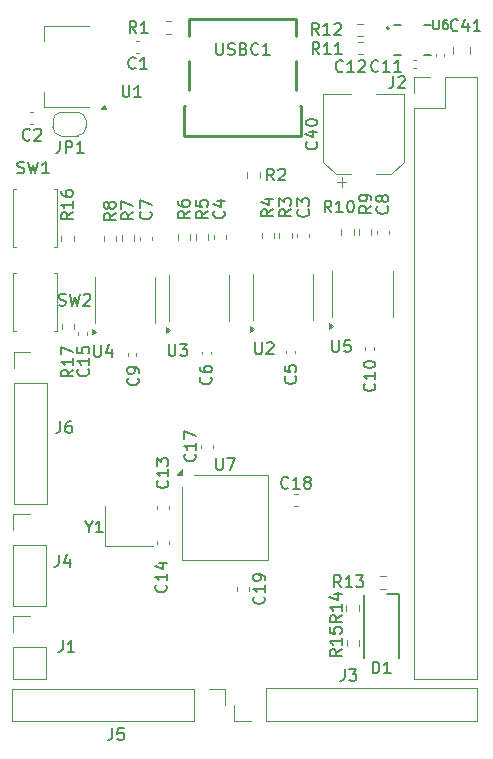
<source format=gbr>
%TF.GenerationSoftware,KiCad,Pcbnew,9.0.4*%
%TF.CreationDate,2025-09-28T18:54:50+03:00*%
%TF.ProjectId,Asius2,41736975-7332-42e6-9b69-6361645f7063,rev?*%
%TF.SameCoordinates,Original*%
%TF.FileFunction,Legend,Top*%
%TF.FilePolarity,Positive*%
%FSLAX46Y46*%
G04 Gerber Fmt 4.6, Leading zero omitted, Abs format (unit mm)*
G04 Created by KiCad (PCBNEW 9.0.4) date 2025-09-28 18:54:50*
%MOMM*%
%LPD*%
G01*
G04 APERTURE LIST*
%ADD10C,0.150000*%
%ADD11C,0.120000*%
%ADD12C,0.254000*%
%ADD13C,0.127000*%
%ADD14C,0.200000*%
G04 APERTURE END LIST*
D10*
X104497142Y-71569580D02*
X104449523Y-71617200D01*
X104449523Y-71617200D02*
X104306666Y-71664819D01*
X104306666Y-71664819D02*
X104211428Y-71664819D01*
X104211428Y-71664819D02*
X104068571Y-71617200D01*
X104068571Y-71617200D02*
X103973333Y-71521961D01*
X103973333Y-71521961D02*
X103925714Y-71426723D01*
X103925714Y-71426723D02*
X103878095Y-71236247D01*
X103878095Y-71236247D02*
X103878095Y-71093390D01*
X103878095Y-71093390D02*
X103925714Y-70902914D01*
X103925714Y-70902914D02*
X103973333Y-70807676D01*
X103973333Y-70807676D02*
X104068571Y-70712438D01*
X104068571Y-70712438D02*
X104211428Y-70664819D01*
X104211428Y-70664819D02*
X104306666Y-70664819D01*
X104306666Y-70664819D02*
X104449523Y-70712438D01*
X104449523Y-70712438D02*
X104497142Y-70760057D01*
X105354285Y-70998152D02*
X105354285Y-71664819D01*
X105116190Y-70617200D02*
X104878095Y-71331485D01*
X104878095Y-71331485D02*
X105497142Y-71331485D01*
X106401904Y-71664819D02*
X105830476Y-71664819D01*
X106116190Y-71664819D02*
X106116190Y-70664819D01*
X106116190Y-70664819D02*
X106020952Y-70807676D01*
X106020952Y-70807676D02*
X105925714Y-70902914D01*
X105925714Y-70902914D02*
X105830476Y-70950533D01*
X92509580Y-81032857D02*
X92557200Y-81080476D01*
X92557200Y-81080476D02*
X92604819Y-81223333D01*
X92604819Y-81223333D02*
X92604819Y-81318571D01*
X92604819Y-81318571D02*
X92557200Y-81461428D01*
X92557200Y-81461428D02*
X92461961Y-81556666D01*
X92461961Y-81556666D02*
X92366723Y-81604285D01*
X92366723Y-81604285D02*
X92176247Y-81651904D01*
X92176247Y-81651904D02*
X92033390Y-81651904D01*
X92033390Y-81651904D02*
X91842914Y-81604285D01*
X91842914Y-81604285D02*
X91747676Y-81556666D01*
X91747676Y-81556666D02*
X91652438Y-81461428D01*
X91652438Y-81461428D02*
X91604819Y-81318571D01*
X91604819Y-81318571D02*
X91604819Y-81223333D01*
X91604819Y-81223333D02*
X91652438Y-81080476D01*
X91652438Y-81080476D02*
X91700057Y-81032857D01*
X91938152Y-80175714D02*
X92604819Y-80175714D01*
X91557200Y-80413809D02*
X92271485Y-80651904D01*
X92271485Y-80651904D02*
X92271485Y-80032857D01*
X91604819Y-79461428D02*
X91604819Y-79366190D01*
X91604819Y-79366190D02*
X91652438Y-79270952D01*
X91652438Y-79270952D02*
X91700057Y-79223333D01*
X91700057Y-79223333D02*
X91795295Y-79175714D01*
X91795295Y-79175714D02*
X91985771Y-79128095D01*
X91985771Y-79128095D02*
X92223866Y-79128095D01*
X92223866Y-79128095D02*
X92414342Y-79175714D01*
X92414342Y-79175714D02*
X92509580Y-79223333D01*
X92509580Y-79223333D02*
X92557200Y-79270952D01*
X92557200Y-79270952D02*
X92604819Y-79366190D01*
X92604819Y-79366190D02*
X92604819Y-79461428D01*
X92604819Y-79461428D02*
X92557200Y-79556666D01*
X92557200Y-79556666D02*
X92509580Y-79604285D01*
X92509580Y-79604285D02*
X92414342Y-79651904D01*
X92414342Y-79651904D02*
X92223866Y-79699523D01*
X92223866Y-79699523D02*
X91985771Y-79699523D01*
X91985771Y-79699523D02*
X91795295Y-79651904D01*
X91795295Y-79651904D02*
X91700057Y-79604285D01*
X91700057Y-79604285D02*
X91652438Y-79556666D01*
X91652438Y-79556666D02*
X91604819Y-79461428D01*
X97281905Y-126044819D02*
X97281905Y-125044819D01*
X97281905Y-125044819D02*
X97520000Y-125044819D01*
X97520000Y-125044819D02*
X97662857Y-125092438D01*
X97662857Y-125092438D02*
X97758095Y-125187676D01*
X97758095Y-125187676D02*
X97805714Y-125282914D01*
X97805714Y-125282914D02*
X97853333Y-125473390D01*
X97853333Y-125473390D02*
X97853333Y-125616247D01*
X97853333Y-125616247D02*
X97805714Y-125806723D01*
X97805714Y-125806723D02*
X97758095Y-125901961D01*
X97758095Y-125901961D02*
X97662857Y-125997200D01*
X97662857Y-125997200D02*
X97520000Y-126044819D01*
X97520000Y-126044819D02*
X97281905Y-126044819D01*
X98805714Y-126044819D02*
X98234286Y-126044819D01*
X98520000Y-126044819D02*
X98520000Y-125044819D01*
X98520000Y-125044819D02*
X98424762Y-125187676D01*
X98424762Y-125187676D02*
X98329524Y-125282914D01*
X98329524Y-125282914D02*
X98234286Y-125330533D01*
X92767142Y-73614819D02*
X92433809Y-73138628D01*
X92195714Y-73614819D02*
X92195714Y-72614819D01*
X92195714Y-72614819D02*
X92576666Y-72614819D01*
X92576666Y-72614819D02*
X92671904Y-72662438D01*
X92671904Y-72662438D02*
X92719523Y-72710057D01*
X92719523Y-72710057D02*
X92767142Y-72805295D01*
X92767142Y-72805295D02*
X92767142Y-72948152D01*
X92767142Y-72948152D02*
X92719523Y-73043390D01*
X92719523Y-73043390D02*
X92671904Y-73091009D01*
X92671904Y-73091009D02*
X92576666Y-73138628D01*
X92576666Y-73138628D02*
X92195714Y-73138628D01*
X93719523Y-73614819D02*
X93148095Y-73614819D01*
X93433809Y-73614819D02*
X93433809Y-72614819D01*
X93433809Y-72614819D02*
X93338571Y-72757676D01*
X93338571Y-72757676D02*
X93243333Y-72852914D01*
X93243333Y-72852914D02*
X93148095Y-72900533D01*
X94671904Y-73614819D02*
X94100476Y-73614819D01*
X94386190Y-73614819D02*
X94386190Y-72614819D01*
X94386190Y-72614819D02*
X94290952Y-72757676D01*
X94290952Y-72757676D02*
X94195714Y-72852914D01*
X94195714Y-72852914D02*
X94100476Y-72900533D01*
X68273333Y-80839580D02*
X68225714Y-80887200D01*
X68225714Y-80887200D02*
X68082857Y-80934819D01*
X68082857Y-80934819D02*
X67987619Y-80934819D01*
X67987619Y-80934819D02*
X67844762Y-80887200D01*
X67844762Y-80887200D02*
X67749524Y-80791961D01*
X67749524Y-80791961D02*
X67701905Y-80696723D01*
X67701905Y-80696723D02*
X67654286Y-80506247D01*
X67654286Y-80506247D02*
X67654286Y-80363390D01*
X67654286Y-80363390D02*
X67701905Y-80172914D01*
X67701905Y-80172914D02*
X67749524Y-80077676D01*
X67749524Y-80077676D02*
X67844762Y-79982438D01*
X67844762Y-79982438D02*
X67987619Y-79934819D01*
X67987619Y-79934819D02*
X68082857Y-79934819D01*
X68082857Y-79934819D02*
X68225714Y-79982438D01*
X68225714Y-79982438D02*
X68273333Y-80030057D01*
X68654286Y-80030057D02*
X68701905Y-79982438D01*
X68701905Y-79982438D02*
X68797143Y-79934819D01*
X68797143Y-79934819D02*
X69035238Y-79934819D01*
X69035238Y-79934819D02*
X69130476Y-79982438D01*
X69130476Y-79982438D02*
X69178095Y-80030057D01*
X69178095Y-80030057D02*
X69225714Y-80125295D01*
X69225714Y-80125295D02*
X69225714Y-80220533D01*
X69225714Y-80220533D02*
X69178095Y-80363390D01*
X69178095Y-80363390D02*
X68606667Y-80934819D01*
X68606667Y-80934819D02*
X69225714Y-80934819D01*
X84028095Y-107814819D02*
X84028095Y-108624342D01*
X84028095Y-108624342D02*
X84075714Y-108719580D01*
X84075714Y-108719580D02*
X84123333Y-108767200D01*
X84123333Y-108767200D02*
X84218571Y-108814819D01*
X84218571Y-108814819D02*
X84409047Y-108814819D01*
X84409047Y-108814819D02*
X84504285Y-108767200D01*
X84504285Y-108767200D02*
X84551904Y-108719580D01*
X84551904Y-108719580D02*
X84599523Y-108624342D01*
X84599523Y-108624342D02*
X84599523Y-107814819D01*
X84980476Y-107814819D02*
X85647142Y-107814819D01*
X85647142Y-107814819D02*
X85218571Y-108814819D01*
X84031905Y-72674819D02*
X84031905Y-73484342D01*
X84031905Y-73484342D02*
X84079524Y-73579580D01*
X84079524Y-73579580D02*
X84127143Y-73627200D01*
X84127143Y-73627200D02*
X84222381Y-73674819D01*
X84222381Y-73674819D02*
X84412857Y-73674819D01*
X84412857Y-73674819D02*
X84508095Y-73627200D01*
X84508095Y-73627200D02*
X84555714Y-73579580D01*
X84555714Y-73579580D02*
X84603333Y-73484342D01*
X84603333Y-73484342D02*
X84603333Y-72674819D01*
X85031905Y-73627200D02*
X85174762Y-73674819D01*
X85174762Y-73674819D02*
X85412857Y-73674819D01*
X85412857Y-73674819D02*
X85508095Y-73627200D01*
X85508095Y-73627200D02*
X85555714Y-73579580D01*
X85555714Y-73579580D02*
X85603333Y-73484342D01*
X85603333Y-73484342D02*
X85603333Y-73389104D01*
X85603333Y-73389104D02*
X85555714Y-73293866D01*
X85555714Y-73293866D02*
X85508095Y-73246247D01*
X85508095Y-73246247D02*
X85412857Y-73198628D01*
X85412857Y-73198628D02*
X85222381Y-73151009D01*
X85222381Y-73151009D02*
X85127143Y-73103390D01*
X85127143Y-73103390D02*
X85079524Y-73055771D01*
X85079524Y-73055771D02*
X85031905Y-72960533D01*
X85031905Y-72960533D02*
X85031905Y-72865295D01*
X85031905Y-72865295D02*
X85079524Y-72770057D01*
X85079524Y-72770057D02*
X85127143Y-72722438D01*
X85127143Y-72722438D02*
X85222381Y-72674819D01*
X85222381Y-72674819D02*
X85460476Y-72674819D01*
X85460476Y-72674819D02*
X85603333Y-72722438D01*
X86365238Y-73151009D02*
X86508095Y-73198628D01*
X86508095Y-73198628D02*
X86555714Y-73246247D01*
X86555714Y-73246247D02*
X86603333Y-73341485D01*
X86603333Y-73341485D02*
X86603333Y-73484342D01*
X86603333Y-73484342D02*
X86555714Y-73579580D01*
X86555714Y-73579580D02*
X86508095Y-73627200D01*
X86508095Y-73627200D02*
X86412857Y-73674819D01*
X86412857Y-73674819D02*
X86031905Y-73674819D01*
X86031905Y-73674819D02*
X86031905Y-72674819D01*
X86031905Y-72674819D02*
X86365238Y-72674819D01*
X86365238Y-72674819D02*
X86460476Y-72722438D01*
X86460476Y-72722438D02*
X86508095Y-72770057D01*
X86508095Y-72770057D02*
X86555714Y-72865295D01*
X86555714Y-72865295D02*
X86555714Y-72960533D01*
X86555714Y-72960533D02*
X86508095Y-73055771D01*
X86508095Y-73055771D02*
X86460476Y-73103390D01*
X86460476Y-73103390D02*
X86365238Y-73151009D01*
X86365238Y-73151009D02*
X86031905Y-73151009D01*
X87603333Y-73579580D02*
X87555714Y-73627200D01*
X87555714Y-73627200D02*
X87412857Y-73674819D01*
X87412857Y-73674819D02*
X87317619Y-73674819D01*
X87317619Y-73674819D02*
X87174762Y-73627200D01*
X87174762Y-73627200D02*
X87079524Y-73531961D01*
X87079524Y-73531961D02*
X87031905Y-73436723D01*
X87031905Y-73436723D02*
X86984286Y-73246247D01*
X86984286Y-73246247D02*
X86984286Y-73103390D01*
X86984286Y-73103390D02*
X87031905Y-72912914D01*
X87031905Y-72912914D02*
X87079524Y-72817676D01*
X87079524Y-72817676D02*
X87174762Y-72722438D01*
X87174762Y-72722438D02*
X87317619Y-72674819D01*
X87317619Y-72674819D02*
X87412857Y-72674819D01*
X87412857Y-72674819D02*
X87555714Y-72722438D01*
X87555714Y-72722438D02*
X87603333Y-72770057D01*
X88555714Y-73674819D02*
X87984286Y-73674819D01*
X88270000Y-73674819D02*
X88270000Y-72674819D01*
X88270000Y-72674819D02*
X88174762Y-72817676D01*
X88174762Y-72817676D02*
X88079524Y-72912914D01*
X88079524Y-72912914D02*
X87984286Y-72960533D01*
X90152142Y-110309580D02*
X90104523Y-110357200D01*
X90104523Y-110357200D02*
X89961666Y-110404819D01*
X89961666Y-110404819D02*
X89866428Y-110404819D01*
X89866428Y-110404819D02*
X89723571Y-110357200D01*
X89723571Y-110357200D02*
X89628333Y-110261961D01*
X89628333Y-110261961D02*
X89580714Y-110166723D01*
X89580714Y-110166723D02*
X89533095Y-109976247D01*
X89533095Y-109976247D02*
X89533095Y-109833390D01*
X89533095Y-109833390D02*
X89580714Y-109642914D01*
X89580714Y-109642914D02*
X89628333Y-109547676D01*
X89628333Y-109547676D02*
X89723571Y-109452438D01*
X89723571Y-109452438D02*
X89866428Y-109404819D01*
X89866428Y-109404819D02*
X89961666Y-109404819D01*
X89961666Y-109404819D02*
X90104523Y-109452438D01*
X90104523Y-109452438D02*
X90152142Y-109500057D01*
X91104523Y-110404819D02*
X90533095Y-110404819D01*
X90818809Y-110404819D02*
X90818809Y-109404819D01*
X90818809Y-109404819D02*
X90723571Y-109547676D01*
X90723571Y-109547676D02*
X90628333Y-109642914D01*
X90628333Y-109642914D02*
X90533095Y-109690533D01*
X91675952Y-109833390D02*
X91580714Y-109785771D01*
X91580714Y-109785771D02*
X91533095Y-109738152D01*
X91533095Y-109738152D02*
X91485476Y-109642914D01*
X91485476Y-109642914D02*
X91485476Y-109595295D01*
X91485476Y-109595295D02*
X91533095Y-109500057D01*
X91533095Y-109500057D02*
X91580714Y-109452438D01*
X91580714Y-109452438D02*
X91675952Y-109404819D01*
X91675952Y-109404819D02*
X91866428Y-109404819D01*
X91866428Y-109404819D02*
X91961666Y-109452438D01*
X91961666Y-109452438D02*
X92009285Y-109500057D01*
X92009285Y-109500057D02*
X92056904Y-109595295D01*
X92056904Y-109595295D02*
X92056904Y-109642914D01*
X92056904Y-109642914D02*
X92009285Y-109738152D01*
X92009285Y-109738152D02*
X91961666Y-109785771D01*
X91961666Y-109785771D02*
X91866428Y-109833390D01*
X91866428Y-109833390D02*
X91675952Y-109833390D01*
X91675952Y-109833390D02*
X91580714Y-109881009D01*
X91580714Y-109881009D02*
X91533095Y-109928628D01*
X91533095Y-109928628D02*
X91485476Y-110023866D01*
X91485476Y-110023866D02*
X91485476Y-110214342D01*
X91485476Y-110214342D02*
X91533095Y-110309580D01*
X91533095Y-110309580D02*
X91580714Y-110357200D01*
X91580714Y-110357200D02*
X91675952Y-110404819D01*
X91675952Y-110404819D02*
X91866428Y-110404819D01*
X91866428Y-110404819D02*
X91961666Y-110357200D01*
X91961666Y-110357200D02*
X92009285Y-110309580D01*
X92009285Y-110309580D02*
X92056904Y-110214342D01*
X92056904Y-110214342D02*
X92056904Y-110023866D01*
X92056904Y-110023866D02*
X92009285Y-109928628D01*
X92009285Y-109928628D02*
X91961666Y-109881009D01*
X91961666Y-109881009D02*
X91866428Y-109833390D01*
X94767142Y-75039580D02*
X94719523Y-75087200D01*
X94719523Y-75087200D02*
X94576666Y-75134819D01*
X94576666Y-75134819D02*
X94481428Y-75134819D01*
X94481428Y-75134819D02*
X94338571Y-75087200D01*
X94338571Y-75087200D02*
X94243333Y-74991961D01*
X94243333Y-74991961D02*
X94195714Y-74896723D01*
X94195714Y-74896723D02*
X94148095Y-74706247D01*
X94148095Y-74706247D02*
X94148095Y-74563390D01*
X94148095Y-74563390D02*
X94195714Y-74372914D01*
X94195714Y-74372914D02*
X94243333Y-74277676D01*
X94243333Y-74277676D02*
X94338571Y-74182438D01*
X94338571Y-74182438D02*
X94481428Y-74134819D01*
X94481428Y-74134819D02*
X94576666Y-74134819D01*
X94576666Y-74134819D02*
X94719523Y-74182438D01*
X94719523Y-74182438D02*
X94767142Y-74230057D01*
X95719523Y-75134819D02*
X95148095Y-75134819D01*
X95433809Y-75134819D02*
X95433809Y-74134819D01*
X95433809Y-74134819D02*
X95338571Y-74277676D01*
X95338571Y-74277676D02*
X95243333Y-74372914D01*
X95243333Y-74372914D02*
X95148095Y-74420533D01*
X96100476Y-74230057D02*
X96148095Y-74182438D01*
X96148095Y-74182438D02*
X96243333Y-74134819D01*
X96243333Y-74134819D02*
X96481428Y-74134819D01*
X96481428Y-74134819D02*
X96576666Y-74182438D01*
X96576666Y-74182438D02*
X96624285Y-74230057D01*
X96624285Y-74230057D02*
X96671904Y-74325295D01*
X96671904Y-74325295D02*
X96671904Y-74420533D01*
X96671904Y-74420533D02*
X96624285Y-74563390D01*
X96624285Y-74563390D02*
X96052857Y-75134819D01*
X96052857Y-75134819D02*
X96671904Y-75134819D01*
X97777142Y-75019580D02*
X97729523Y-75067200D01*
X97729523Y-75067200D02*
X97586666Y-75114819D01*
X97586666Y-75114819D02*
X97491428Y-75114819D01*
X97491428Y-75114819D02*
X97348571Y-75067200D01*
X97348571Y-75067200D02*
X97253333Y-74971961D01*
X97253333Y-74971961D02*
X97205714Y-74876723D01*
X97205714Y-74876723D02*
X97158095Y-74686247D01*
X97158095Y-74686247D02*
X97158095Y-74543390D01*
X97158095Y-74543390D02*
X97205714Y-74352914D01*
X97205714Y-74352914D02*
X97253333Y-74257676D01*
X97253333Y-74257676D02*
X97348571Y-74162438D01*
X97348571Y-74162438D02*
X97491428Y-74114819D01*
X97491428Y-74114819D02*
X97586666Y-74114819D01*
X97586666Y-74114819D02*
X97729523Y-74162438D01*
X97729523Y-74162438D02*
X97777142Y-74210057D01*
X98729523Y-75114819D02*
X98158095Y-75114819D01*
X98443809Y-75114819D02*
X98443809Y-74114819D01*
X98443809Y-74114819D02*
X98348571Y-74257676D01*
X98348571Y-74257676D02*
X98253333Y-74352914D01*
X98253333Y-74352914D02*
X98158095Y-74400533D01*
X99681904Y-75114819D02*
X99110476Y-75114819D01*
X99396190Y-75114819D02*
X99396190Y-74114819D01*
X99396190Y-74114819D02*
X99300952Y-74257676D01*
X99300952Y-74257676D02*
X99205714Y-74352914D01*
X99205714Y-74352914D02*
X99110476Y-74400533D01*
X97429580Y-101512857D02*
X97477200Y-101560476D01*
X97477200Y-101560476D02*
X97524819Y-101703333D01*
X97524819Y-101703333D02*
X97524819Y-101798571D01*
X97524819Y-101798571D02*
X97477200Y-101941428D01*
X97477200Y-101941428D02*
X97381961Y-102036666D01*
X97381961Y-102036666D02*
X97286723Y-102084285D01*
X97286723Y-102084285D02*
X97096247Y-102131904D01*
X97096247Y-102131904D02*
X96953390Y-102131904D01*
X96953390Y-102131904D02*
X96762914Y-102084285D01*
X96762914Y-102084285D02*
X96667676Y-102036666D01*
X96667676Y-102036666D02*
X96572438Y-101941428D01*
X96572438Y-101941428D02*
X96524819Y-101798571D01*
X96524819Y-101798571D02*
X96524819Y-101703333D01*
X96524819Y-101703333D02*
X96572438Y-101560476D01*
X96572438Y-101560476D02*
X96620057Y-101512857D01*
X97524819Y-100560476D02*
X97524819Y-101131904D01*
X97524819Y-100846190D02*
X96524819Y-100846190D01*
X96524819Y-100846190D02*
X96667676Y-100941428D01*
X96667676Y-100941428D02*
X96762914Y-101036666D01*
X96762914Y-101036666D02*
X96810533Y-101131904D01*
X96524819Y-99941428D02*
X96524819Y-99846190D01*
X96524819Y-99846190D02*
X96572438Y-99750952D01*
X96572438Y-99750952D02*
X96620057Y-99703333D01*
X96620057Y-99703333D02*
X96715295Y-99655714D01*
X96715295Y-99655714D02*
X96905771Y-99608095D01*
X96905771Y-99608095D02*
X97143866Y-99608095D01*
X97143866Y-99608095D02*
X97334342Y-99655714D01*
X97334342Y-99655714D02*
X97429580Y-99703333D01*
X97429580Y-99703333D02*
X97477200Y-99750952D01*
X97477200Y-99750952D02*
X97524819Y-99846190D01*
X97524819Y-99846190D02*
X97524819Y-99941428D01*
X97524819Y-99941428D02*
X97477200Y-100036666D01*
X97477200Y-100036666D02*
X97429580Y-100084285D01*
X97429580Y-100084285D02*
X97334342Y-100131904D01*
X97334342Y-100131904D02*
X97143866Y-100179523D01*
X97143866Y-100179523D02*
X96905771Y-100179523D01*
X96905771Y-100179523D02*
X96715295Y-100131904D01*
X96715295Y-100131904D02*
X96620057Y-100084285D01*
X96620057Y-100084285D02*
X96572438Y-100036666D01*
X96572438Y-100036666D02*
X96524819Y-99941428D01*
X77409580Y-101046666D02*
X77457200Y-101094285D01*
X77457200Y-101094285D02*
X77504819Y-101237142D01*
X77504819Y-101237142D02*
X77504819Y-101332380D01*
X77504819Y-101332380D02*
X77457200Y-101475237D01*
X77457200Y-101475237D02*
X77361961Y-101570475D01*
X77361961Y-101570475D02*
X77266723Y-101618094D01*
X77266723Y-101618094D02*
X77076247Y-101665713D01*
X77076247Y-101665713D02*
X76933390Y-101665713D01*
X76933390Y-101665713D02*
X76742914Y-101618094D01*
X76742914Y-101618094D02*
X76647676Y-101570475D01*
X76647676Y-101570475D02*
X76552438Y-101475237D01*
X76552438Y-101475237D02*
X76504819Y-101332380D01*
X76504819Y-101332380D02*
X76504819Y-101237142D01*
X76504819Y-101237142D02*
X76552438Y-101094285D01*
X76552438Y-101094285D02*
X76600057Y-101046666D01*
X77504819Y-100570475D02*
X77504819Y-100379999D01*
X77504819Y-100379999D02*
X77457200Y-100284761D01*
X77457200Y-100284761D02*
X77409580Y-100237142D01*
X77409580Y-100237142D02*
X77266723Y-100141904D01*
X77266723Y-100141904D02*
X77076247Y-100094285D01*
X77076247Y-100094285D02*
X76695295Y-100094285D01*
X76695295Y-100094285D02*
X76600057Y-100141904D01*
X76600057Y-100141904D02*
X76552438Y-100189523D01*
X76552438Y-100189523D02*
X76504819Y-100284761D01*
X76504819Y-100284761D02*
X76504819Y-100475237D01*
X76504819Y-100475237D02*
X76552438Y-100570475D01*
X76552438Y-100570475D02*
X76600057Y-100618094D01*
X76600057Y-100618094D02*
X76695295Y-100665713D01*
X76695295Y-100665713D02*
X76933390Y-100665713D01*
X76933390Y-100665713D02*
X77028628Y-100618094D01*
X77028628Y-100618094D02*
X77076247Y-100570475D01*
X77076247Y-100570475D02*
X77123866Y-100475237D01*
X77123866Y-100475237D02*
X77123866Y-100284761D01*
X77123866Y-100284761D02*
X77076247Y-100189523D01*
X77076247Y-100189523D02*
X77028628Y-100141904D01*
X77028628Y-100141904D02*
X76933390Y-100094285D01*
X83559580Y-100946666D02*
X83607200Y-100994285D01*
X83607200Y-100994285D02*
X83654819Y-101137142D01*
X83654819Y-101137142D02*
X83654819Y-101232380D01*
X83654819Y-101232380D02*
X83607200Y-101375237D01*
X83607200Y-101375237D02*
X83511961Y-101470475D01*
X83511961Y-101470475D02*
X83416723Y-101518094D01*
X83416723Y-101518094D02*
X83226247Y-101565713D01*
X83226247Y-101565713D02*
X83083390Y-101565713D01*
X83083390Y-101565713D02*
X82892914Y-101518094D01*
X82892914Y-101518094D02*
X82797676Y-101470475D01*
X82797676Y-101470475D02*
X82702438Y-101375237D01*
X82702438Y-101375237D02*
X82654819Y-101232380D01*
X82654819Y-101232380D02*
X82654819Y-101137142D01*
X82654819Y-101137142D02*
X82702438Y-100994285D01*
X82702438Y-100994285D02*
X82750057Y-100946666D01*
X82654819Y-100089523D02*
X82654819Y-100279999D01*
X82654819Y-100279999D02*
X82702438Y-100375237D01*
X82702438Y-100375237D02*
X82750057Y-100422856D01*
X82750057Y-100422856D02*
X82892914Y-100518094D01*
X82892914Y-100518094D02*
X83083390Y-100565713D01*
X83083390Y-100565713D02*
X83464342Y-100565713D01*
X83464342Y-100565713D02*
X83559580Y-100518094D01*
X83559580Y-100518094D02*
X83607200Y-100470475D01*
X83607200Y-100470475D02*
X83654819Y-100375237D01*
X83654819Y-100375237D02*
X83654819Y-100184761D01*
X83654819Y-100184761D02*
X83607200Y-100089523D01*
X83607200Y-100089523D02*
X83559580Y-100041904D01*
X83559580Y-100041904D02*
X83464342Y-99994285D01*
X83464342Y-99994285D02*
X83226247Y-99994285D01*
X83226247Y-99994285D02*
X83131009Y-100041904D01*
X83131009Y-100041904D02*
X83083390Y-100089523D01*
X83083390Y-100089523D02*
X83035771Y-100184761D01*
X83035771Y-100184761D02*
X83035771Y-100375237D01*
X83035771Y-100375237D02*
X83083390Y-100470475D01*
X83083390Y-100470475D02*
X83131009Y-100518094D01*
X83131009Y-100518094D02*
X83226247Y-100565713D01*
X90734580Y-100891666D02*
X90782200Y-100939285D01*
X90782200Y-100939285D02*
X90829819Y-101082142D01*
X90829819Y-101082142D02*
X90829819Y-101177380D01*
X90829819Y-101177380D02*
X90782200Y-101320237D01*
X90782200Y-101320237D02*
X90686961Y-101415475D01*
X90686961Y-101415475D02*
X90591723Y-101463094D01*
X90591723Y-101463094D02*
X90401247Y-101510713D01*
X90401247Y-101510713D02*
X90258390Y-101510713D01*
X90258390Y-101510713D02*
X90067914Y-101463094D01*
X90067914Y-101463094D02*
X89972676Y-101415475D01*
X89972676Y-101415475D02*
X89877438Y-101320237D01*
X89877438Y-101320237D02*
X89829819Y-101177380D01*
X89829819Y-101177380D02*
X89829819Y-101082142D01*
X89829819Y-101082142D02*
X89877438Y-100939285D01*
X89877438Y-100939285D02*
X89925057Y-100891666D01*
X89829819Y-99986904D02*
X89829819Y-100463094D01*
X89829819Y-100463094D02*
X90306009Y-100510713D01*
X90306009Y-100510713D02*
X90258390Y-100463094D01*
X90258390Y-100463094D02*
X90210771Y-100367856D01*
X90210771Y-100367856D02*
X90210771Y-100129761D01*
X90210771Y-100129761D02*
X90258390Y-100034523D01*
X90258390Y-100034523D02*
X90306009Y-99986904D01*
X90306009Y-99986904D02*
X90401247Y-99939285D01*
X90401247Y-99939285D02*
X90639342Y-99939285D01*
X90639342Y-99939285D02*
X90734580Y-99986904D01*
X90734580Y-99986904D02*
X90782200Y-100034523D01*
X90782200Y-100034523D02*
X90829819Y-100129761D01*
X90829819Y-100129761D02*
X90829819Y-100367856D01*
X90829819Y-100367856D02*
X90782200Y-100463094D01*
X90782200Y-100463094D02*
X90734580Y-100510713D01*
X87323095Y-98009819D02*
X87323095Y-98819342D01*
X87323095Y-98819342D02*
X87370714Y-98914580D01*
X87370714Y-98914580D02*
X87418333Y-98962200D01*
X87418333Y-98962200D02*
X87513571Y-99009819D01*
X87513571Y-99009819D02*
X87704047Y-99009819D01*
X87704047Y-99009819D02*
X87799285Y-98962200D01*
X87799285Y-98962200D02*
X87846904Y-98914580D01*
X87846904Y-98914580D02*
X87894523Y-98819342D01*
X87894523Y-98819342D02*
X87894523Y-98009819D01*
X88323095Y-98105057D02*
X88370714Y-98057438D01*
X88370714Y-98057438D02*
X88465952Y-98009819D01*
X88465952Y-98009819D02*
X88704047Y-98009819D01*
X88704047Y-98009819D02*
X88799285Y-98057438D01*
X88799285Y-98057438D02*
X88846904Y-98105057D01*
X88846904Y-98105057D02*
X88894523Y-98200295D01*
X88894523Y-98200295D02*
X88894523Y-98295533D01*
X88894523Y-98295533D02*
X88846904Y-98438390D01*
X88846904Y-98438390D02*
X88275476Y-99009819D01*
X88275476Y-99009819D02*
X88894523Y-99009819D01*
X97159819Y-86451666D02*
X96683628Y-86784999D01*
X97159819Y-87023094D02*
X96159819Y-87023094D01*
X96159819Y-87023094D02*
X96159819Y-86642142D01*
X96159819Y-86642142D02*
X96207438Y-86546904D01*
X96207438Y-86546904D02*
X96255057Y-86499285D01*
X96255057Y-86499285D02*
X96350295Y-86451666D01*
X96350295Y-86451666D02*
X96493152Y-86451666D01*
X96493152Y-86451666D02*
X96588390Y-86499285D01*
X96588390Y-86499285D02*
X96636009Y-86546904D01*
X96636009Y-86546904D02*
X96683628Y-86642142D01*
X96683628Y-86642142D02*
X96683628Y-87023094D01*
X97159819Y-85975475D02*
X97159819Y-85784999D01*
X97159819Y-85784999D02*
X97112200Y-85689761D01*
X97112200Y-85689761D02*
X97064580Y-85642142D01*
X97064580Y-85642142D02*
X96921723Y-85546904D01*
X96921723Y-85546904D02*
X96731247Y-85499285D01*
X96731247Y-85499285D02*
X96350295Y-85499285D01*
X96350295Y-85499285D02*
X96255057Y-85546904D01*
X96255057Y-85546904D02*
X96207438Y-85594523D01*
X96207438Y-85594523D02*
X96159819Y-85689761D01*
X96159819Y-85689761D02*
X96159819Y-85880237D01*
X96159819Y-85880237D02*
X96207438Y-85975475D01*
X96207438Y-85975475D02*
X96255057Y-86023094D01*
X96255057Y-86023094D02*
X96350295Y-86070713D01*
X96350295Y-86070713D02*
X96588390Y-86070713D01*
X96588390Y-86070713D02*
X96683628Y-86023094D01*
X96683628Y-86023094D02*
X96731247Y-85975475D01*
X96731247Y-85975475D02*
X96778866Y-85880237D01*
X96778866Y-85880237D02*
X96778866Y-85689761D01*
X96778866Y-85689761D02*
X96731247Y-85594523D01*
X96731247Y-85594523D02*
X96683628Y-85546904D01*
X96683628Y-85546904D02*
X96588390Y-85499285D01*
X93858095Y-97824819D02*
X93858095Y-98634342D01*
X93858095Y-98634342D02*
X93905714Y-98729580D01*
X93905714Y-98729580D02*
X93953333Y-98777200D01*
X93953333Y-98777200D02*
X94048571Y-98824819D01*
X94048571Y-98824819D02*
X94239047Y-98824819D01*
X94239047Y-98824819D02*
X94334285Y-98777200D01*
X94334285Y-98777200D02*
X94381904Y-98729580D01*
X94381904Y-98729580D02*
X94429523Y-98634342D01*
X94429523Y-98634342D02*
X94429523Y-97824819D01*
X95381904Y-97824819D02*
X94905714Y-97824819D01*
X94905714Y-97824819D02*
X94858095Y-98301009D01*
X94858095Y-98301009D02*
X94905714Y-98253390D01*
X94905714Y-98253390D02*
X95000952Y-98205771D01*
X95000952Y-98205771D02*
X95239047Y-98205771D01*
X95239047Y-98205771D02*
X95334285Y-98253390D01*
X95334285Y-98253390D02*
X95381904Y-98301009D01*
X95381904Y-98301009D02*
X95429523Y-98396247D01*
X95429523Y-98396247D02*
X95429523Y-98634342D01*
X95429523Y-98634342D02*
X95381904Y-98729580D01*
X95381904Y-98729580D02*
X95334285Y-98777200D01*
X95334285Y-98777200D02*
X95239047Y-98824819D01*
X95239047Y-98824819D02*
X95000952Y-98824819D01*
X95000952Y-98824819D02*
X94905714Y-98777200D01*
X94905714Y-98777200D02*
X94858095Y-98729580D01*
X81784819Y-86906666D02*
X81308628Y-87239999D01*
X81784819Y-87478094D02*
X80784819Y-87478094D01*
X80784819Y-87478094D02*
X80784819Y-87097142D01*
X80784819Y-87097142D02*
X80832438Y-87001904D01*
X80832438Y-87001904D02*
X80880057Y-86954285D01*
X80880057Y-86954285D02*
X80975295Y-86906666D01*
X80975295Y-86906666D02*
X81118152Y-86906666D01*
X81118152Y-86906666D02*
X81213390Y-86954285D01*
X81213390Y-86954285D02*
X81261009Y-87001904D01*
X81261009Y-87001904D02*
X81308628Y-87097142D01*
X81308628Y-87097142D02*
X81308628Y-87478094D01*
X80784819Y-86049523D02*
X80784819Y-86239999D01*
X80784819Y-86239999D02*
X80832438Y-86335237D01*
X80832438Y-86335237D02*
X80880057Y-86382856D01*
X80880057Y-86382856D02*
X81022914Y-86478094D01*
X81022914Y-86478094D02*
X81213390Y-86525713D01*
X81213390Y-86525713D02*
X81594342Y-86525713D01*
X81594342Y-86525713D02*
X81689580Y-86478094D01*
X81689580Y-86478094D02*
X81737200Y-86430475D01*
X81737200Y-86430475D02*
X81784819Y-86335237D01*
X81784819Y-86335237D02*
X81784819Y-86144761D01*
X81784819Y-86144761D02*
X81737200Y-86049523D01*
X81737200Y-86049523D02*
X81689580Y-86001904D01*
X81689580Y-86001904D02*
X81594342Y-85954285D01*
X81594342Y-85954285D02*
X81356247Y-85954285D01*
X81356247Y-85954285D02*
X81261009Y-86001904D01*
X81261009Y-86001904D02*
X81213390Y-86049523D01*
X81213390Y-86049523D02*
X81165771Y-86144761D01*
X81165771Y-86144761D02*
X81165771Y-86335237D01*
X81165771Y-86335237D02*
X81213390Y-86430475D01*
X81213390Y-86430475D02*
X81261009Y-86478094D01*
X81261009Y-86478094D02*
X81356247Y-86525713D01*
X77019819Y-87016666D02*
X76543628Y-87349999D01*
X77019819Y-87588094D02*
X76019819Y-87588094D01*
X76019819Y-87588094D02*
X76019819Y-87207142D01*
X76019819Y-87207142D02*
X76067438Y-87111904D01*
X76067438Y-87111904D02*
X76115057Y-87064285D01*
X76115057Y-87064285D02*
X76210295Y-87016666D01*
X76210295Y-87016666D02*
X76353152Y-87016666D01*
X76353152Y-87016666D02*
X76448390Y-87064285D01*
X76448390Y-87064285D02*
X76496009Y-87111904D01*
X76496009Y-87111904D02*
X76543628Y-87207142D01*
X76543628Y-87207142D02*
X76543628Y-87588094D01*
X76019819Y-86683332D02*
X76019819Y-86016666D01*
X76019819Y-86016666D02*
X77019819Y-86445237D01*
X75519819Y-87066666D02*
X75043628Y-87399999D01*
X75519819Y-87638094D02*
X74519819Y-87638094D01*
X74519819Y-87638094D02*
X74519819Y-87257142D01*
X74519819Y-87257142D02*
X74567438Y-87161904D01*
X74567438Y-87161904D02*
X74615057Y-87114285D01*
X74615057Y-87114285D02*
X74710295Y-87066666D01*
X74710295Y-87066666D02*
X74853152Y-87066666D01*
X74853152Y-87066666D02*
X74948390Y-87114285D01*
X74948390Y-87114285D02*
X74996009Y-87161904D01*
X74996009Y-87161904D02*
X75043628Y-87257142D01*
X75043628Y-87257142D02*
X75043628Y-87638094D01*
X74948390Y-86495237D02*
X74900771Y-86590475D01*
X74900771Y-86590475D02*
X74853152Y-86638094D01*
X74853152Y-86638094D02*
X74757914Y-86685713D01*
X74757914Y-86685713D02*
X74710295Y-86685713D01*
X74710295Y-86685713D02*
X74615057Y-86638094D01*
X74615057Y-86638094D02*
X74567438Y-86590475D01*
X74567438Y-86590475D02*
X74519819Y-86495237D01*
X74519819Y-86495237D02*
X74519819Y-86304761D01*
X74519819Y-86304761D02*
X74567438Y-86209523D01*
X74567438Y-86209523D02*
X74615057Y-86161904D01*
X74615057Y-86161904D02*
X74710295Y-86114285D01*
X74710295Y-86114285D02*
X74757914Y-86114285D01*
X74757914Y-86114285D02*
X74853152Y-86161904D01*
X74853152Y-86161904D02*
X74900771Y-86209523D01*
X74900771Y-86209523D02*
X74948390Y-86304761D01*
X74948390Y-86304761D02*
X74948390Y-86495237D01*
X74948390Y-86495237D02*
X74996009Y-86590475D01*
X74996009Y-86590475D02*
X75043628Y-86638094D01*
X75043628Y-86638094D02*
X75138866Y-86685713D01*
X75138866Y-86685713D02*
X75329342Y-86685713D01*
X75329342Y-86685713D02*
X75424580Y-86638094D01*
X75424580Y-86638094D02*
X75472200Y-86590475D01*
X75472200Y-86590475D02*
X75519819Y-86495237D01*
X75519819Y-86495237D02*
X75519819Y-86304761D01*
X75519819Y-86304761D02*
X75472200Y-86209523D01*
X75472200Y-86209523D02*
X75424580Y-86161904D01*
X75424580Y-86161904D02*
X75329342Y-86114285D01*
X75329342Y-86114285D02*
X75138866Y-86114285D01*
X75138866Y-86114285D02*
X75043628Y-86161904D01*
X75043628Y-86161904D02*
X74996009Y-86209523D01*
X74996009Y-86209523D02*
X74948390Y-86304761D01*
X83329819Y-86906666D02*
X82853628Y-87239999D01*
X83329819Y-87478094D02*
X82329819Y-87478094D01*
X82329819Y-87478094D02*
X82329819Y-87097142D01*
X82329819Y-87097142D02*
X82377438Y-87001904D01*
X82377438Y-87001904D02*
X82425057Y-86954285D01*
X82425057Y-86954285D02*
X82520295Y-86906666D01*
X82520295Y-86906666D02*
X82663152Y-86906666D01*
X82663152Y-86906666D02*
X82758390Y-86954285D01*
X82758390Y-86954285D02*
X82806009Y-87001904D01*
X82806009Y-87001904D02*
X82853628Y-87097142D01*
X82853628Y-87097142D02*
X82853628Y-87478094D01*
X82329819Y-86001904D02*
X82329819Y-86478094D01*
X82329819Y-86478094D02*
X82806009Y-86525713D01*
X82806009Y-86525713D02*
X82758390Y-86478094D01*
X82758390Y-86478094D02*
X82710771Y-86382856D01*
X82710771Y-86382856D02*
X82710771Y-86144761D01*
X82710771Y-86144761D02*
X82758390Y-86049523D01*
X82758390Y-86049523D02*
X82806009Y-86001904D01*
X82806009Y-86001904D02*
X82901247Y-85954285D01*
X82901247Y-85954285D02*
X83139342Y-85954285D01*
X83139342Y-85954285D02*
X83234580Y-86001904D01*
X83234580Y-86001904D02*
X83282200Y-86049523D01*
X83282200Y-86049523D02*
X83329819Y-86144761D01*
X83329819Y-86144761D02*
X83329819Y-86382856D01*
X83329819Y-86382856D02*
X83282200Y-86478094D01*
X83282200Y-86478094D02*
X83234580Y-86525713D01*
X93787142Y-87014819D02*
X93453809Y-86538628D01*
X93215714Y-87014819D02*
X93215714Y-86014819D01*
X93215714Y-86014819D02*
X93596666Y-86014819D01*
X93596666Y-86014819D02*
X93691904Y-86062438D01*
X93691904Y-86062438D02*
X93739523Y-86110057D01*
X93739523Y-86110057D02*
X93787142Y-86205295D01*
X93787142Y-86205295D02*
X93787142Y-86348152D01*
X93787142Y-86348152D02*
X93739523Y-86443390D01*
X93739523Y-86443390D02*
X93691904Y-86491009D01*
X93691904Y-86491009D02*
X93596666Y-86538628D01*
X93596666Y-86538628D02*
X93215714Y-86538628D01*
X94739523Y-87014819D02*
X94168095Y-87014819D01*
X94453809Y-87014819D02*
X94453809Y-86014819D01*
X94453809Y-86014819D02*
X94358571Y-86157676D01*
X94358571Y-86157676D02*
X94263333Y-86252914D01*
X94263333Y-86252914D02*
X94168095Y-86300533D01*
X95358571Y-86014819D02*
X95453809Y-86014819D01*
X95453809Y-86014819D02*
X95549047Y-86062438D01*
X95549047Y-86062438D02*
X95596666Y-86110057D01*
X95596666Y-86110057D02*
X95644285Y-86205295D01*
X95644285Y-86205295D02*
X95691904Y-86395771D01*
X95691904Y-86395771D02*
X95691904Y-86633866D01*
X95691904Y-86633866D02*
X95644285Y-86824342D01*
X95644285Y-86824342D02*
X95596666Y-86919580D01*
X95596666Y-86919580D02*
X95549047Y-86967200D01*
X95549047Y-86967200D02*
X95453809Y-87014819D01*
X95453809Y-87014819D02*
X95358571Y-87014819D01*
X95358571Y-87014819D02*
X95263333Y-86967200D01*
X95263333Y-86967200D02*
X95215714Y-86919580D01*
X95215714Y-86919580D02*
X95168095Y-86824342D01*
X95168095Y-86824342D02*
X95120476Y-86633866D01*
X95120476Y-86633866D02*
X95120476Y-86395771D01*
X95120476Y-86395771D02*
X95168095Y-86205295D01*
X95168095Y-86205295D02*
X95215714Y-86110057D01*
X95215714Y-86110057D02*
X95263333Y-86062438D01*
X95263333Y-86062438D02*
X95358571Y-86014819D01*
X98514580Y-86501666D02*
X98562200Y-86549285D01*
X98562200Y-86549285D02*
X98609819Y-86692142D01*
X98609819Y-86692142D02*
X98609819Y-86787380D01*
X98609819Y-86787380D02*
X98562200Y-86930237D01*
X98562200Y-86930237D02*
X98466961Y-87025475D01*
X98466961Y-87025475D02*
X98371723Y-87073094D01*
X98371723Y-87073094D02*
X98181247Y-87120713D01*
X98181247Y-87120713D02*
X98038390Y-87120713D01*
X98038390Y-87120713D02*
X97847914Y-87073094D01*
X97847914Y-87073094D02*
X97752676Y-87025475D01*
X97752676Y-87025475D02*
X97657438Y-86930237D01*
X97657438Y-86930237D02*
X97609819Y-86787380D01*
X97609819Y-86787380D02*
X97609819Y-86692142D01*
X97609819Y-86692142D02*
X97657438Y-86549285D01*
X97657438Y-86549285D02*
X97705057Y-86501666D01*
X98038390Y-85930237D02*
X97990771Y-86025475D01*
X97990771Y-86025475D02*
X97943152Y-86073094D01*
X97943152Y-86073094D02*
X97847914Y-86120713D01*
X97847914Y-86120713D02*
X97800295Y-86120713D01*
X97800295Y-86120713D02*
X97705057Y-86073094D01*
X97705057Y-86073094D02*
X97657438Y-86025475D01*
X97657438Y-86025475D02*
X97609819Y-85930237D01*
X97609819Y-85930237D02*
X97609819Y-85739761D01*
X97609819Y-85739761D02*
X97657438Y-85644523D01*
X97657438Y-85644523D02*
X97705057Y-85596904D01*
X97705057Y-85596904D02*
X97800295Y-85549285D01*
X97800295Y-85549285D02*
X97847914Y-85549285D01*
X97847914Y-85549285D02*
X97943152Y-85596904D01*
X97943152Y-85596904D02*
X97990771Y-85644523D01*
X97990771Y-85644523D02*
X98038390Y-85739761D01*
X98038390Y-85739761D02*
X98038390Y-85930237D01*
X98038390Y-85930237D02*
X98086009Y-86025475D01*
X98086009Y-86025475D02*
X98133628Y-86073094D01*
X98133628Y-86073094D02*
X98228866Y-86120713D01*
X98228866Y-86120713D02*
X98419342Y-86120713D01*
X98419342Y-86120713D02*
X98514580Y-86073094D01*
X98514580Y-86073094D02*
X98562200Y-86025475D01*
X98562200Y-86025475D02*
X98609819Y-85930237D01*
X98609819Y-85930237D02*
X98609819Y-85739761D01*
X98609819Y-85739761D02*
X98562200Y-85644523D01*
X98562200Y-85644523D02*
X98514580Y-85596904D01*
X98514580Y-85596904D02*
X98419342Y-85549285D01*
X98419342Y-85549285D02*
X98228866Y-85549285D01*
X98228866Y-85549285D02*
X98133628Y-85596904D01*
X98133628Y-85596904D02*
X98086009Y-85644523D01*
X98086009Y-85644523D02*
X98038390Y-85739761D01*
X78474580Y-86966666D02*
X78522200Y-87014285D01*
X78522200Y-87014285D02*
X78569819Y-87157142D01*
X78569819Y-87157142D02*
X78569819Y-87252380D01*
X78569819Y-87252380D02*
X78522200Y-87395237D01*
X78522200Y-87395237D02*
X78426961Y-87490475D01*
X78426961Y-87490475D02*
X78331723Y-87538094D01*
X78331723Y-87538094D02*
X78141247Y-87585713D01*
X78141247Y-87585713D02*
X77998390Y-87585713D01*
X77998390Y-87585713D02*
X77807914Y-87538094D01*
X77807914Y-87538094D02*
X77712676Y-87490475D01*
X77712676Y-87490475D02*
X77617438Y-87395237D01*
X77617438Y-87395237D02*
X77569819Y-87252380D01*
X77569819Y-87252380D02*
X77569819Y-87157142D01*
X77569819Y-87157142D02*
X77617438Y-87014285D01*
X77617438Y-87014285D02*
X77665057Y-86966666D01*
X77569819Y-86633332D02*
X77569819Y-85966666D01*
X77569819Y-85966666D02*
X78569819Y-86395237D01*
X84684580Y-86906666D02*
X84732200Y-86954285D01*
X84732200Y-86954285D02*
X84779819Y-87097142D01*
X84779819Y-87097142D02*
X84779819Y-87192380D01*
X84779819Y-87192380D02*
X84732200Y-87335237D01*
X84732200Y-87335237D02*
X84636961Y-87430475D01*
X84636961Y-87430475D02*
X84541723Y-87478094D01*
X84541723Y-87478094D02*
X84351247Y-87525713D01*
X84351247Y-87525713D02*
X84208390Y-87525713D01*
X84208390Y-87525713D02*
X84017914Y-87478094D01*
X84017914Y-87478094D02*
X83922676Y-87430475D01*
X83922676Y-87430475D02*
X83827438Y-87335237D01*
X83827438Y-87335237D02*
X83779819Y-87192380D01*
X83779819Y-87192380D02*
X83779819Y-87097142D01*
X83779819Y-87097142D02*
X83827438Y-86954285D01*
X83827438Y-86954285D02*
X83875057Y-86906666D01*
X84113152Y-86049523D02*
X84779819Y-86049523D01*
X83732200Y-86287618D02*
X84446485Y-86525713D01*
X84446485Y-86525713D02*
X84446485Y-85906666D01*
X91814580Y-86766666D02*
X91862200Y-86814285D01*
X91862200Y-86814285D02*
X91909819Y-86957142D01*
X91909819Y-86957142D02*
X91909819Y-87052380D01*
X91909819Y-87052380D02*
X91862200Y-87195237D01*
X91862200Y-87195237D02*
X91766961Y-87290475D01*
X91766961Y-87290475D02*
X91671723Y-87338094D01*
X91671723Y-87338094D02*
X91481247Y-87385713D01*
X91481247Y-87385713D02*
X91338390Y-87385713D01*
X91338390Y-87385713D02*
X91147914Y-87338094D01*
X91147914Y-87338094D02*
X91052676Y-87290475D01*
X91052676Y-87290475D02*
X90957438Y-87195237D01*
X90957438Y-87195237D02*
X90909819Y-87052380D01*
X90909819Y-87052380D02*
X90909819Y-86957142D01*
X90909819Y-86957142D02*
X90957438Y-86814285D01*
X90957438Y-86814285D02*
X91005057Y-86766666D01*
X90909819Y-86433332D02*
X90909819Y-85814285D01*
X90909819Y-85814285D02*
X91290771Y-86147618D01*
X91290771Y-86147618D02*
X91290771Y-86004761D01*
X91290771Y-86004761D02*
X91338390Y-85909523D01*
X91338390Y-85909523D02*
X91386009Y-85861904D01*
X91386009Y-85861904D02*
X91481247Y-85814285D01*
X91481247Y-85814285D02*
X91719342Y-85814285D01*
X91719342Y-85814285D02*
X91814580Y-85861904D01*
X91814580Y-85861904D02*
X91862200Y-85909523D01*
X91862200Y-85909523D02*
X91909819Y-86004761D01*
X91909819Y-86004761D02*
X91909819Y-86290475D01*
X91909819Y-86290475D02*
X91862200Y-86385713D01*
X91862200Y-86385713D02*
X91814580Y-86433332D01*
X88859819Y-86766666D02*
X88383628Y-87099999D01*
X88859819Y-87338094D02*
X87859819Y-87338094D01*
X87859819Y-87338094D02*
X87859819Y-86957142D01*
X87859819Y-86957142D02*
X87907438Y-86861904D01*
X87907438Y-86861904D02*
X87955057Y-86814285D01*
X87955057Y-86814285D02*
X88050295Y-86766666D01*
X88050295Y-86766666D02*
X88193152Y-86766666D01*
X88193152Y-86766666D02*
X88288390Y-86814285D01*
X88288390Y-86814285D02*
X88336009Y-86861904D01*
X88336009Y-86861904D02*
X88383628Y-86957142D01*
X88383628Y-86957142D02*
X88383628Y-87338094D01*
X88193152Y-85909523D02*
X88859819Y-85909523D01*
X87812200Y-86147618D02*
X88526485Y-86385713D01*
X88526485Y-86385713D02*
X88526485Y-85766666D01*
X90359819Y-86766666D02*
X89883628Y-87099999D01*
X90359819Y-87338094D02*
X89359819Y-87338094D01*
X89359819Y-87338094D02*
X89359819Y-86957142D01*
X89359819Y-86957142D02*
X89407438Y-86861904D01*
X89407438Y-86861904D02*
X89455057Y-86814285D01*
X89455057Y-86814285D02*
X89550295Y-86766666D01*
X89550295Y-86766666D02*
X89693152Y-86766666D01*
X89693152Y-86766666D02*
X89788390Y-86814285D01*
X89788390Y-86814285D02*
X89836009Y-86861904D01*
X89836009Y-86861904D02*
X89883628Y-86957142D01*
X89883628Y-86957142D02*
X89883628Y-87338094D01*
X89359819Y-86433332D02*
X89359819Y-85814285D01*
X89359819Y-85814285D02*
X89740771Y-86147618D01*
X89740771Y-86147618D02*
X89740771Y-86004761D01*
X89740771Y-86004761D02*
X89788390Y-85909523D01*
X89788390Y-85909523D02*
X89836009Y-85861904D01*
X89836009Y-85861904D02*
X89931247Y-85814285D01*
X89931247Y-85814285D02*
X90169342Y-85814285D01*
X90169342Y-85814285D02*
X90264580Y-85861904D01*
X90264580Y-85861904D02*
X90312200Y-85909523D01*
X90312200Y-85909523D02*
X90359819Y-86004761D01*
X90359819Y-86004761D02*
X90359819Y-86290475D01*
X90359819Y-86290475D02*
X90312200Y-86385713D01*
X90312200Y-86385713D02*
X90264580Y-86433332D01*
X80018095Y-98174819D02*
X80018095Y-98984342D01*
X80018095Y-98984342D02*
X80065714Y-99079580D01*
X80065714Y-99079580D02*
X80113333Y-99127200D01*
X80113333Y-99127200D02*
X80208571Y-99174819D01*
X80208571Y-99174819D02*
X80399047Y-99174819D01*
X80399047Y-99174819D02*
X80494285Y-99127200D01*
X80494285Y-99127200D02*
X80541904Y-99079580D01*
X80541904Y-99079580D02*
X80589523Y-98984342D01*
X80589523Y-98984342D02*
X80589523Y-98174819D01*
X80970476Y-98174819D02*
X81589523Y-98174819D01*
X81589523Y-98174819D02*
X81256190Y-98555771D01*
X81256190Y-98555771D02*
X81399047Y-98555771D01*
X81399047Y-98555771D02*
X81494285Y-98603390D01*
X81494285Y-98603390D02*
X81541904Y-98651009D01*
X81541904Y-98651009D02*
X81589523Y-98746247D01*
X81589523Y-98746247D02*
X81589523Y-98984342D01*
X81589523Y-98984342D02*
X81541904Y-99079580D01*
X81541904Y-99079580D02*
X81494285Y-99127200D01*
X81494285Y-99127200D02*
X81399047Y-99174819D01*
X81399047Y-99174819D02*
X81113333Y-99174819D01*
X81113333Y-99174819D02*
X81018095Y-99127200D01*
X81018095Y-99127200D02*
X80970476Y-99079580D01*
X94654819Y-124002857D02*
X94178628Y-124336190D01*
X94654819Y-124574285D02*
X93654819Y-124574285D01*
X93654819Y-124574285D02*
X93654819Y-124193333D01*
X93654819Y-124193333D02*
X93702438Y-124098095D01*
X93702438Y-124098095D02*
X93750057Y-124050476D01*
X93750057Y-124050476D02*
X93845295Y-124002857D01*
X93845295Y-124002857D02*
X93988152Y-124002857D01*
X93988152Y-124002857D02*
X94083390Y-124050476D01*
X94083390Y-124050476D02*
X94131009Y-124098095D01*
X94131009Y-124098095D02*
X94178628Y-124193333D01*
X94178628Y-124193333D02*
X94178628Y-124574285D01*
X94654819Y-123050476D02*
X94654819Y-123621904D01*
X94654819Y-123336190D02*
X93654819Y-123336190D01*
X93654819Y-123336190D02*
X93797676Y-123431428D01*
X93797676Y-123431428D02*
X93892914Y-123526666D01*
X93892914Y-123526666D02*
X93940533Y-123621904D01*
X93654819Y-122145714D02*
X93654819Y-122621904D01*
X93654819Y-122621904D02*
X94131009Y-122669523D01*
X94131009Y-122669523D02*
X94083390Y-122621904D01*
X94083390Y-122621904D02*
X94035771Y-122526666D01*
X94035771Y-122526666D02*
X94035771Y-122288571D01*
X94035771Y-122288571D02*
X94083390Y-122193333D01*
X94083390Y-122193333D02*
X94131009Y-122145714D01*
X94131009Y-122145714D02*
X94226247Y-122098095D01*
X94226247Y-122098095D02*
X94464342Y-122098095D01*
X94464342Y-122098095D02*
X94559580Y-122145714D01*
X94559580Y-122145714D02*
X94607200Y-122193333D01*
X94607200Y-122193333D02*
X94654819Y-122288571D01*
X94654819Y-122288571D02*
X94654819Y-122526666D01*
X94654819Y-122526666D02*
X94607200Y-122621904D01*
X94607200Y-122621904D02*
X94559580Y-122669523D01*
X92717142Y-71984819D02*
X92383809Y-71508628D01*
X92145714Y-71984819D02*
X92145714Y-70984819D01*
X92145714Y-70984819D02*
X92526666Y-70984819D01*
X92526666Y-70984819D02*
X92621904Y-71032438D01*
X92621904Y-71032438D02*
X92669523Y-71080057D01*
X92669523Y-71080057D02*
X92717142Y-71175295D01*
X92717142Y-71175295D02*
X92717142Y-71318152D01*
X92717142Y-71318152D02*
X92669523Y-71413390D01*
X92669523Y-71413390D02*
X92621904Y-71461009D01*
X92621904Y-71461009D02*
X92526666Y-71508628D01*
X92526666Y-71508628D02*
X92145714Y-71508628D01*
X93669523Y-71984819D02*
X93098095Y-71984819D01*
X93383809Y-71984819D02*
X93383809Y-70984819D01*
X93383809Y-70984819D02*
X93288571Y-71127676D01*
X93288571Y-71127676D02*
X93193333Y-71222914D01*
X93193333Y-71222914D02*
X93098095Y-71270533D01*
X94050476Y-71080057D02*
X94098095Y-71032438D01*
X94098095Y-71032438D02*
X94193333Y-70984819D01*
X94193333Y-70984819D02*
X94431428Y-70984819D01*
X94431428Y-70984819D02*
X94526666Y-71032438D01*
X94526666Y-71032438D02*
X94574285Y-71080057D01*
X94574285Y-71080057D02*
X94621904Y-71175295D01*
X94621904Y-71175295D02*
X94621904Y-71270533D01*
X94621904Y-71270533D02*
X94574285Y-71413390D01*
X94574285Y-71413390D02*
X94002857Y-71984819D01*
X94002857Y-71984819D02*
X94621904Y-71984819D01*
X94674819Y-121122857D02*
X94198628Y-121456190D01*
X94674819Y-121694285D02*
X93674819Y-121694285D01*
X93674819Y-121694285D02*
X93674819Y-121313333D01*
X93674819Y-121313333D02*
X93722438Y-121218095D01*
X93722438Y-121218095D02*
X93770057Y-121170476D01*
X93770057Y-121170476D02*
X93865295Y-121122857D01*
X93865295Y-121122857D02*
X94008152Y-121122857D01*
X94008152Y-121122857D02*
X94103390Y-121170476D01*
X94103390Y-121170476D02*
X94151009Y-121218095D01*
X94151009Y-121218095D02*
X94198628Y-121313333D01*
X94198628Y-121313333D02*
X94198628Y-121694285D01*
X94674819Y-120170476D02*
X94674819Y-120741904D01*
X94674819Y-120456190D02*
X93674819Y-120456190D01*
X93674819Y-120456190D02*
X93817676Y-120551428D01*
X93817676Y-120551428D02*
X93912914Y-120646666D01*
X93912914Y-120646666D02*
X93960533Y-120741904D01*
X94008152Y-119313333D02*
X94674819Y-119313333D01*
X93627200Y-119551428D02*
X94341485Y-119789523D01*
X94341485Y-119789523D02*
X94341485Y-119170476D01*
X94607142Y-118754819D02*
X94273809Y-118278628D01*
X94035714Y-118754819D02*
X94035714Y-117754819D01*
X94035714Y-117754819D02*
X94416666Y-117754819D01*
X94416666Y-117754819D02*
X94511904Y-117802438D01*
X94511904Y-117802438D02*
X94559523Y-117850057D01*
X94559523Y-117850057D02*
X94607142Y-117945295D01*
X94607142Y-117945295D02*
X94607142Y-118088152D01*
X94607142Y-118088152D02*
X94559523Y-118183390D01*
X94559523Y-118183390D02*
X94511904Y-118231009D01*
X94511904Y-118231009D02*
X94416666Y-118278628D01*
X94416666Y-118278628D02*
X94035714Y-118278628D01*
X95559523Y-118754819D02*
X94988095Y-118754819D01*
X95273809Y-118754819D02*
X95273809Y-117754819D01*
X95273809Y-117754819D02*
X95178571Y-117897676D01*
X95178571Y-117897676D02*
X95083333Y-117992914D01*
X95083333Y-117992914D02*
X94988095Y-118040533D01*
X95892857Y-117754819D02*
X96511904Y-117754819D01*
X96511904Y-117754819D02*
X96178571Y-118135771D01*
X96178571Y-118135771D02*
X96321428Y-118135771D01*
X96321428Y-118135771D02*
X96416666Y-118183390D01*
X96416666Y-118183390D02*
X96464285Y-118231009D01*
X96464285Y-118231009D02*
X96511904Y-118326247D01*
X96511904Y-118326247D02*
X96511904Y-118564342D01*
X96511904Y-118564342D02*
X96464285Y-118659580D01*
X96464285Y-118659580D02*
X96416666Y-118707200D01*
X96416666Y-118707200D02*
X96321428Y-118754819D01*
X96321428Y-118754819D02*
X96035714Y-118754819D01*
X96035714Y-118754819D02*
X95940476Y-118707200D01*
X95940476Y-118707200D02*
X95892857Y-118659580D01*
X88933333Y-84299819D02*
X88600000Y-83823628D01*
X88361905Y-84299819D02*
X88361905Y-83299819D01*
X88361905Y-83299819D02*
X88742857Y-83299819D01*
X88742857Y-83299819D02*
X88838095Y-83347438D01*
X88838095Y-83347438D02*
X88885714Y-83395057D01*
X88885714Y-83395057D02*
X88933333Y-83490295D01*
X88933333Y-83490295D02*
X88933333Y-83633152D01*
X88933333Y-83633152D02*
X88885714Y-83728390D01*
X88885714Y-83728390D02*
X88838095Y-83776009D01*
X88838095Y-83776009D02*
X88742857Y-83823628D01*
X88742857Y-83823628D02*
X88361905Y-83823628D01*
X89314286Y-83395057D02*
X89361905Y-83347438D01*
X89361905Y-83347438D02*
X89457143Y-83299819D01*
X89457143Y-83299819D02*
X89695238Y-83299819D01*
X89695238Y-83299819D02*
X89790476Y-83347438D01*
X89790476Y-83347438D02*
X89838095Y-83395057D01*
X89838095Y-83395057D02*
X89885714Y-83490295D01*
X89885714Y-83490295D02*
X89885714Y-83585533D01*
X89885714Y-83585533D02*
X89838095Y-83728390D01*
X89838095Y-83728390D02*
X89266667Y-84299819D01*
X89266667Y-84299819D02*
X89885714Y-84299819D01*
X99016666Y-75494819D02*
X99016666Y-76209104D01*
X99016666Y-76209104D02*
X98969047Y-76351961D01*
X98969047Y-76351961D02*
X98873809Y-76447200D01*
X98873809Y-76447200D02*
X98730952Y-76494819D01*
X98730952Y-76494819D02*
X98635714Y-76494819D01*
X99445238Y-75590057D02*
X99492857Y-75542438D01*
X99492857Y-75542438D02*
X99588095Y-75494819D01*
X99588095Y-75494819D02*
X99826190Y-75494819D01*
X99826190Y-75494819D02*
X99921428Y-75542438D01*
X99921428Y-75542438D02*
X99969047Y-75590057D01*
X99969047Y-75590057D02*
X100016666Y-75685295D01*
X100016666Y-75685295D02*
X100016666Y-75780533D01*
X100016666Y-75780533D02*
X99969047Y-75923390D01*
X99969047Y-75923390D02*
X99397619Y-76494819D01*
X99397619Y-76494819D02*
X100016666Y-76494819D01*
X102410476Y-70712295D02*
X102410476Y-71359914D01*
X102410476Y-71359914D02*
X102448571Y-71436104D01*
X102448571Y-71436104D02*
X102486666Y-71474200D01*
X102486666Y-71474200D02*
X102562857Y-71512295D01*
X102562857Y-71512295D02*
X102715238Y-71512295D01*
X102715238Y-71512295D02*
X102791428Y-71474200D01*
X102791428Y-71474200D02*
X102829523Y-71436104D01*
X102829523Y-71436104D02*
X102867619Y-71359914D01*
X102867619Y-71359914D02*
X102867619Y-70712295D01*
X103591428Y-70712295D02*
X103439047Y-70712295D01*
X103439047Y-70712295D02*
X103362856Y-70750390D01*
X103362856Y-70750390D02*
X103324761Y-70788485D01*
X103324761Y-70788485D02*
X103248571Y-70902771D01*
X103248571Y-70902771D02*
X103210475Y-71055152D01*
X103210475Y-71055152D02*
X103210475Y-71359914D01*
X103210475Y-71359914D02*
X103248571Y-71436104D01*
X103248571Y-71436104D02*
X103286666Y-71474200D01*
X103286666Y-71474200D02*
X103362856Y-71512295D01*
X103362856Y-71512295D02*
X103515237Y-71512295D01*
X103515237Y-71512295D02*
X103591428Y-71474200D01*
X103591428Y-71474200D02*
X103629523Y-71436104D01*
X103629523Y-71436104D02*
X103667618Y-71359914D01*
X103667618Y-71359914D02*
X103667618Y-71169438D01*
X103667618Y-71169438D02*
X103629523Y-71093247D01*
X103629523Y-71093247D02*
X103591428Y-71055152D01*
X103591428Y-71055152D02*
X103515237Y-71017057D01*
X103515237Y-71017057D02*
X103362856Y-71017057D01*
X103362856Y-71017057D02*
X103286666Y-71055152D01*
X103286666Y-71055152D02*
X103248571Y-71093247D01*
X103248571Y-71093247D02*
X103210475Y-71169438D01*
X76108095Y-76244819D02*
X76108095Y-77054342D01*
X76108095Y-77054342D02*
X76155714Y-77149580D01*
X76155714Y-77149580D02*
X76203333Y-77197200D01*
X76203333Y-77197200D02*
X76298571Y-77244819D01*
X76298571Y-77244819D02*
X76489047Y-77244819D01*
X76489047Y-77244819D02*
X76584285Y-77197200D01*
X76584285Y-77197200D02*
X76631904Y-77149580D01*
X76631904Y-77149580D02*
X76679523Y-77054342D01*
X76679523Y-77054342D02*
X76679523Y-76244819D01*
X77679523Y-77244819D02*
X77108095Y-77244819D01*
X77393809Y-77244819D02*
X77393809Y-76244819D01*
X77393809Y-76244819D02*
X77298571Y-76387676D01*
X77298571Y-76387676D02*
X77203333Y-76482914D01*
X77203333Y-76482914D02*
X77108095Y-76530533D01*
X70716667Y-94867200D02*
X70859524Y-94914819D01*
X70859524Y-94914819D02*
X71097619Y-94914819D01*
X71097619Y-94914819D02*
X71192857Y-94867200D01*
X71192857Y-94867200D02*
X71240476Y-94819580D01*
X71240476Y-94819580D02*
X71288095Y-94724342D01*
X71288095Y-94724342D02*
X71288095Y-94629104D01*
X71288095Y-94629104D02*
X71240476Y-94533866D01*
X71240476Y-94533866D02*
X71192857Y-94486247D01*
X71192857Y-94486247D02*
X71097619Y-94438628D01*
X71097619Y-94438628D02*
X70907143Y-94391009D01*
X70907143Y-94391009D02*
X70811905Y-94343390D01*
X70811905Y-94343390D02*
X70764286Y-94295771D01*
X70764286Y-94295771D02*
X70716667Y-94200533D01*
X70716667Y-94200533D02*
X70716667Y-94105295D01*
X70716667Y-94105295D02*
X70764286Y-94010057D01*
X70764286Y-94010057D02*
X70811905Y-93962438D01*
X70811905Y-93962438D02*
X70907143Y-93914819D01*
X70907143Y-93914819D02*
X71145238Y-93914819D01*
X71145238Y-93914819D02*
X71288095Y-93962438D01*
X71621429Y-93914819D02*
X71859524Y-94914819D01*
X71859524Y-94914819D02*
X72050000Y-94200533D01*
X72050000Y-94200533D02*
X72240476Y-94914819D01*
X72240476Y-94914819D02*
X72478572Y-93914819D01*
X72811905Y-94010057D02*
X72859524Y-93962438D01*
X72859524Y-93962438D02*
X72954762Y-93914819D01*
X72954762Y-93914819D02*
X73192857Y-93914819D01*
X73192857Y-93914819D02*
X73288095Y-93962438D01*
X73288095Y-93962438D02*
X73335714Y-94010057D01*
X73335714Y-94010057D02*
X73383333Y-94105295D01*
X73383333Y-94105295D02*
X73383333Y-94200533D01*
X73383333Y-94200533D02*
X73335714Y-94343390D01*
X73335714Y-94343390D02*
X72764286Y-94914819D01*
X72764286Y-94914819D02*
X73383333Y-94914819D01*
X67216667Y-83657200D02*
X67359524Y-83704819D01*
X67359524Y-83704819D02*
X67597619Y-83704819D01*
X67597619Y-83704819D02*
X67692857Y-83657200D01*
X67692857Y-83657200D02*
X67740476Y-83609580D01*
X67740476Y-83609580D02*
X67788095Y-83514342D01*
X67788095Y-83514342D02*
X67788095Y-83419104D01*
X67788095Y-83419104D02*
X67740476Y-83323866D01*
X67740476Y-83323866D02*
X67692857Y-83276247D01*
X67692857Y-83276247D02*
X67597619Y-83228628D01*
X67597619Y-83228628D02*
X67407143Y-83181009D01*
X67407143Y-83181009D02*
X67311905Y-83133390D01*
X67311905Y-83133390D02*
X67264286Y-83085771D01*
X67264286Y-83085771D02*
X67216667Y-82990533D01*
X67216667Y-82990533D02*
X67216667Y-82895295D01*
X67216667Y-82895295D02*
X67264286Y-82800057D01*
X67264286Y-82800057D02*
X67311905Y-82752438D01*
X67311905Y-82752438D02*
X67407143Y-82704819D01*
X67407143Y-82704819D02*
X67645238Y-82704819D01*
X67645238Y-82704819D02*
X67788095Y-82752438D01*
X68121429Y-82704819D02*
X68359524Y-83704819D01*
X68359524Y-83704819D02*
X68550000Y-82990533D01*
X68550000Y-82990533D02*
X68740476Y-83704819D01*
X68740476Y-83704819D02*
X68978572Y-82704819D01*
X69883333Y-83704819D02*
X69311905Y-83704819D01*
X69597619Y-83704819D02*
X69597619Y-82704819D01*
X69597619Y-82704819D02*
X69502381Y-82847676D01*
X69502381Y-82847676D02*
X69407143Y-82942914D01*
X69407143Y-82942914D02*
X69311905Y-82990533D01*
X77273333Y-71824819D02*
X76940000Y-71348628D01*
X76701905Y-71824819D02*
X76701905Y-70824819D01*
X76701905Y-70824819D02*
X77082857Y-70824819D01*
X77082857Y-70824819D02*
X77178095Y-70872438D01*
X77178095Y-70872438D02*
X77225714Y-70920057D01*
X77225714Y-70920057D02*
X77273333Y-71015295D01*
X77273333Y-71015295D02*
X77273333Y-71158152D01*
X77273333Y-71158152D02*
X77225714Y-71253390D01*
X77225714Y-71253390D02*
X77178095Y-71301009D01*
X77178095Y-71301009D02*
X77082857Y-71348628D01*
X77082857Y-71348628D02*
X76701905Y-71348628D01*
X78225714Y-71824819D02*
X77654286Y-71824819D01*
X77940000Y-71824819D02*
X77940000Y-70824819D01*
X77940000Y-70824819D02*
X77844762Y-70967676D01*
X77844762Y-70967676D02*
X77749524Y-71062914D01*
X77749524Y-71062914D02*
X77654286Y-71110533D01*
X70816666Y-80964819D02*
X70816666Y-81679104D01*
X70816666Y-81679104D02*
X70769047Y-81821961D01*
X70769047Y-81821961D02*
X70673809Y-81917200D01*
X70673809Y-81917200D02*
X70530952Y-81964819D01*
X70530952Y-81964819D02*
X70435714Y-81964819D01*
X71292857Y-81964819D02*
X71292857Y-80964819D01*
X71292857Y-80964819D02*
X71673809Y-80964819D01*
X71673809Y-80964819D02*
X71769047Y-81012438D01*
X71769047Y-81012438D02*
X71816666Y-81060057D01*
X71816666Y-81060057D02*
X71864285Y-81155295D01*
X71864285Y-81155295D02*
X71864285Y-81298152D01*
X71864285Y-81298152D02*
X71816666Y-81393390D01*
X71816666Y-81393390D02*
X71769047Y-81441009D01*
X71769047Y-81441009D02*
X71673809Y-81488628D01*
X71673809Y-81488628D02*
X71292857Y-81488628D01*
X72816666Y-81964819D02*
X72245238Y-81964819D01*
X72530952Y-81964819D02*
X72530952Y-80964819D01*
X72530952Y-80964819D02*
X72435714Y-81107676D01*
X72435714Y-81107676D02*
X72340476Y-81202914D01*
X72340476Y-81202914D02*
X72245238Y-81250533D01*
X70846666Y-104694819D02*
X70846666Y-105409104D01*
X70846666Y-105409104D02*
X70799047Y-105551961D01*
X70799047Y-105551961D02*
X70703809Y-105647200D01*
X70703809Y-105647200D02*
X70560952Y-105694819D01*
X70560952Y-105694819D02*
X70465714Y-105694819D01*
X71751428Y-104694819D02*
X71560952Y-104694819D01*
X71560952Y-104694819D02*
X71465714Y-104742438D01*
X71465714Y-104742438D02*
X71418095Y-104790057D01*
X71418095Y-104790057D02*
X71322857Y-104932914D01*
X71322857Y-104932914D02*
X71275238Y-105123390D01*
X71275238Y-105123390D02*
X71275238Y-105504342D01*
X71275238Y-105504342D02*
X71322857Y-105599580D01*
X71322857Y-105599580D02*
X71370476Y-105647200D01*
X71370476Y-105647200D02*
X71465714Y-105694819D01*
X71465714Y-105694819D02*
X71656190Y-105694819D01*
X71656190Y-105694819D02*
X71751428Y-105647200D01*
X71751428Y-105647200D02*
X71799047Y-105599580D01*
X71799047Y-105599580D02*
X71846666Y-105504342D01*
X71846666Y-105504342D02*
X71846666Y-105266247D01*
X71846666Y-105266247D02*
X71799047Y-105171009D01*
X71799047Y-105171009D02*
X71751428Y-105123390D01*
X71751428Y-105123390D02*
X71656190Y-105075771D01*
X71656190Y-105075771D02*
X71465714Y-105075771D01*
X71465714Y-105075771D02*
X71370476Y-105123390D01*
X71370476Y-105123390D02*
X71322857Y-105171009D01*
X71322857Y-105171009D02*
X71275238Y-105266247D01*
X75246666Y-130684819D02*
X75246666Y-131399104D01*
X75246666Y-131399104D02*
X75199047Y-131541961D01*
X75199047Y-131541961D02*
X75103809Y-131637200D01*
X75103809Y-131637200D02*
X74960952Y-131684819D01*
X74960952Y-131684819D02*
X74865714Y-131684819D01*
X76199047Y-130684819D02*
X75722857Y-130684819D01*
X75722857Y-130684819D02*
X75675238Y-131161009D01*
X75675238Y-131161009D02*
X75722857Y-131113390D01*
X75722857Y-131113390D02*
X75818095Y-131065771D01*
X75818095Y-131065771D02*
X76056190Y-131065771D01*
X76056190Y-131065771D02*
X76151428Y-131113390D01*
X76151428Y-131113390D02*
X76199047Y-131161009D01*
X76199047Y-131161009D02*
X76246666Y-131256247D01*
X76246666Y-131256247D02*
X76246666Y-131494342D01*
X76246666Y-131494342D02*
X76199047Y-131589580D01*
X76199047Y-131589580D02*
X76151428Y-131637200D01*
X76151428Y-131637200D02*
X76056190Y-131684819D01*
X76056190Y-131684819D02*
X75818095Y-131684819D01*
X75818095Y-131684819D02*
X75722857Y-131637200D01*
X75722857Y-131637200D02*
X75675238Y-131589580D01*
X70716666Y-115994819D02*
X70716666Y-116709104D01*
X70716666Y-116709104D02*
X70669047Y-116851961D01*
X70669047Y-116851961D02*
X70573809Y-116947200D01*
X70573809Y-116947200D02*
X70430952Y-116994819D01*
X70430952Y-116994819D02*
X70335714Y-116994819D01*
X71621428Y-116328152D02*
X71621428Y-116994819D01*
X71383333Y-115947200D02*
X71145238Y-116661485D01*
X71145238Y-116661485D02*
X71764285Y-116661485D01*
X94916666Y-125674819D02*
X94916666Y-126389104D01*
X94916666Y-126389104D02*
X94869047Y-126531961D01*
X94869047Y-126531961D02*
X94773809Y-126627200D01*
X94773809Y-126627200D02*
X94630952Y-126674819D01*
X94630952Y-126674819D02*
X94535714Y-126674819D01*
X95297619Y-125674819D02*
X95916666Y-125674819D01*
X95916666Y-125674819D02*
X95583333Y-126055771D01*
X95583333Y-126055771D02*
X95726190Y-126055771D01*
X95726190Y-126055771D02*
X95821428Y-126103390D01*
X95821428Y-126103390D02*
X95869047Y-126151009D01*
X95869047Y-126151009D02*
X95916666Y-126246247D01*
X95916666Y-126246247D02*
X95916666Y-126484342D01*
X95916666Y-126484342D02*
X95869047Y-126579580D01*
X95869047Y-126579580D02*
X95821428Y-126627200D01*
X95821428Y-126627200D02*
X95726190Y-126674819D01*
X95726190Y-126674819D02*
X95440476Y-126674819D01*
X95440476Y-126674819D02*
X95345238Y-126627200D01*
X95345238Y-126627200D02*
X95297619Y-126579580D01*
X71036666Y-123234819D02*
X71036666Y-123949104D01*
X71036666Y-123949104D02*
X70989047Y-124091961D01*
X70989047Y-124091961D02*
X70893809Y-124187200D01*
X70893809Y-124187200D02*
X70750952Y-124234819D01*
X70750952Y-124234819D02*
X70655714Y-124234819D01*
X72036666Y-124234819D02*
X71465238Y-124234819D01*
X71750952Y-124234819D02*
X71750952Y-123234819D01*
X71750952Y-123234819D02*
X71655714Y-123377676D01*
X71655714Y-123377676D02*
X71560476Y-123472914D01*
X71560476Y-123472914D02*
X71465238Y-123520533D01*
X77223333Y-74779580D02*
X77175714Y-74827200D01*
X77175714Y-74827200D02*
X77032857Y-74874819D01*
X77032857Y-74874819D02*
X76937619Y-74874819D01*
X76937619Y-74874819D02*
X76794762Y-74827200D01*
X76794762Y-74827200D02*
X76699524Y-74731961D01*
X76699524Y-74731961D02*
X76651905Y-74636723D01*
X76651905Y-74636723D02*
X76604286Y-74446247D01*
X76604286Y-74446247D02*
X76604286Y-74303390D01*
X76604286Y-74303390D02*
X76651905Y-74112914D01*
X76651905Y-74112914D02*
X76699524Y-74017676D01*
X76699524Y-74017676D02*
X76794762Y-73922438D01*
X76794762Y-73922438D02*
X76937619Y-73874819D01*
X76937619Y-73874819D02*
X77032857Y-73874819D01*
X77032857Y-73874819D02*
X77175714Y-73922438D01*
X77175714Y-73922438D02*
X77223333Y-73970057D01*
X78175714Y-74874819D02*
X77604286Y-74874819D01*
X77890000Y-74874819D02*
X77890000Y-73874819D01*
X77890000Y-73874819D02*
X77794762Y-74017676D01*
X77794762Y-74017676D02*
X77699524Y-74112914D01*
X77699524Y-74112914D02*
X77604286Y-74160533D01*
X79899580Y-109732857D02*
X79947200Y-109780476D01*
X79947200Y-109780476D02*
X79994819Y-109923333D01*
X79994819Y-109923333D02*
X79994819Y-110018571D01*
X79994819Y-110018571D02*
X79947200Y-110161428D01*
X79947200Y-110161428D02*
X79851961Y-110256666D01*
X79851961Y-110256666D02*
X79756723Y-110304285D01*
X79756723Y-110304285D02*
X79566247Y-110351904D01*
X79566247Y-110351904D02*
X79423390Y-110351904D01*
X79423390Y-110351904D02*
X79232914Y-110304285D01*
X79232914Y-110304285D02*
X79137676Y-110256666D01*
X79137676Y-110256666D02*
X79042438Y-110161428D01*
X79042438Y-110161428D02*
X78994819Y-110018571D01*
X78994819Y-110018571D02*
X78994819Y-109923333D01*
X78994819Y-109923333D02*
X79042438Y-109780476D01*
X79042438Y-109780476D02*
X79090057Y-109732857D01*
X79994819Y-108780476D02*
X79994819Y-109351904D01*
X79994819Y-109066190D02*
X78994819Y-109066190D01*
X78994819Y-109066190D02*
X79137676Y-109161428D01*
X79137676Y-109161428D02*
X79232914Y-109256666D01*
X79232914Y-109256666D02*
X79280533Y-109351904D01*
X78994819Y-108447142D02*
X78994819Y-107828095D01*
X78994819Y-107828095D02*
X79375771Y-108161428D01*
X79375771Y-108161428D02*
X79375771Y-108018571D01*
X79375771Y-108018571D02*
X79423390Y-107923333D01*
X79423390Y-107923333D02*
X79471009Y-107875714D01*
X79471009Y-107875714D02*
X79566247Y-107828095D01*
X79566247Y-107828095D02*
X79804342Y-107828095D01*
X79804342Y-107828095D02*
X79899580Y-107875714D01*
X79899580Y-107875714D02*
X79947200Y-107923333D01*
X79947200Y-107923333D02*
X79994819Y-108018571D01*
X79994819Y-108018571D02*
X79994819Y-108304285D01*
X79994819Y-108304285D02*
X79947200Y-108399523D01*
X79947200Y-108399523D02*
X79899580Y-108447142D01*
X79779580Y-118542857D02*
X79827200Y-118590476D01*
X79827200Y-118590476D02*
X79874819Y-118733333D01*
X79874819Y-118733333D02*
X79874819Y-118828571D01*
X79874819Y-118828571D02*
X79827200Y-118971428D01*
X79827200Y-118971428D02*
X79731961Y-119066666D01*
X79731961Y-119066666D02*
X79636723Y-119114285D01*
X79636723Y-119114285D02*
X79446247Y-119161904D01*
X79446247Y-119161904D02*
X79303390Y-119161904D01*
X79303390Y-119161904D02*
X79112914Y-119114285D01*
X79112914Y-119114285D02*
X79017676Y-119066666D01*
X79017676Y-119066666D02*
X78922438Y-118971428D01*
X78922438Y-118971428D02*
X78874819Y-118828571D01*
X78874819Y-118828571D02*
X78874819Y-118733333D01*
X78874819Y-118733333D02*
X78922438Y-118590476D01*
X78922438Y-118590476D02*
X78970057Y-118542857D01*
X79874819Y-117590476D02*
X79874819Y-118161904D01*
X79874819Y-117876190D02*
X78874819Y-117876190D01*
X78874819Y-117876190D02*
X79017676Y-117971428D01*
X79017676Y-117971428D02*
X79112914Y-118066666D01*
X79112914Y-118066666D02*
X79160533Y-118161904D01*
X79208152Y-116733333D02*
X79874819Y-116733333D01*
X78827200Y-116971428D02*
X79541485Y-117209523D01*
X79541485Y-117209523D02*
X79541485Y-116590476D01*
X73189580Y-100272857D02*
X73237200Y-100320476D01*
X73237200Y-100320476D02*
X73284819Y-100463333D01*
X73284819Y-100463333D02*
X73284819Y-100558571D01*
X73284819Y-100558571D02*
X73237200Y-100701428D01*
X73237200Y-100701428D02*
X73141961Y-100796666D01*
X73141961Y-100796666D02*
X73046723Y-100844285D01*
X73046723Y-100844285D02*
X72856247Y-100891904D01*
X72856247Y-100891904D02*
X72713390Y-100891904D01*
X72713390Y-100891904D02*
X72522914Y-100844285D01*
X72522914Y-100844285D02*
X72427676Y-100796666D01*
X72427676Y-100796666D02*
X72332438Y-100701428D01*
X72332438Y-100701428D02*
X72284819Y-100558571D01*
X72284819Y-100558571D02*
X72284819Y-100463333D01*
X72284819Y-100463333D02*
X72332438Y-100320476D01*
X72332438Y-100320476D02*
X72380057Y-100272857D01*
X73284819Y-99320476D02*
X73284819Y-99891904D01*
X73284819Y-99606190D02*
X72284819Y-99606190D01*
X72284819Y-99606190D02*
X72427676Y-99701428D01*
X72427676Y-99701428D02*
X72522914Y-99796666D01*
X72522914Y-99796666D02*
X72570533Y-99891904D01*
X72284819Y-98415714D02*
X72284819Y-98891904D01*
X72284819Y-98891904D02*
X72761009Y-98939523D01*
X72761009Y-98939523D02*
X72713390Y-98891904D01*
X72713390Y-98891904D02*
X72665771Y-98796666D01*
X72665771Y-98796666D02*
X72665771Y-98558571D01*
X72665771Y-98558571D02*
X72713390Y-98463333D01*
X72713390Y-98463333D02*
X72761009Y-98415714D01*
X72761009Y-98415714D02*
X72856247Y-98368095D01*
X72856247Y-98368095D02*
X73094342Y-98368095D01*
X73094342Y-98368095D02*
X73189580Y-98415714D01*
X73189580Y-98415714D02*
X73237200Y-98463333D01*
X73237200Y-98463333D02*
X73284819Y-98558571D01*
X73284819Y-98558571D02*
X73284819Y-98796666D01*
X73284819Y-98796666D02*
X73237200Y-98891904D01*
X73237200Y-98891904D02*
X73189580Y-98939523D01*
X82219580Y-107472857D02*
X82267200Y-107520476D01*
X82267200Y-107520476D02*
X82314819Y-107663333D01*
X82314819Y-107663333D02*
X82314819Y-107758571D01*
X82314819Y-107758571D02*
X82267200Y-107901428D01*
X82267200Y-107901428D02*
X82171961Y-107996666D01*
X82171961Y-107996666D02*
X82076723Y-108044285D01*
X82076723Y-108044285D02*
X81886247Y-108091904D01*
X81886247Y-108091904D02*
X81743390Y-108091904D01*
X81743390Y-108091904D02*
X81552914Y-108044285D01*
X81552914Y-108044285D02*
X81457676Y-107996666D01*
X81457676Y-107996666D02*
X81362438Y-107901428D01*
X81362438Y-107901428D02*
X81314819Y-107758571D01*
X81314819Y-107758571D02*
X81314819Y-107663333D01*
X81314819Y-107663333D02*
X81362438Y-107520476D01*
X81362438Y-107520476D02*
X81410057Y-107472857D01*
X82314819Y-106520476D02*
X82314819Y-107091904D01*
X82314819Y-106806190D02*
X81314819Y-106806190D01*
X81314819Y-106806190D02*
X81457676Y-106901428D01*
X81457676Y-106901428D02*
X81552914Y-106996666D01*
X81552914Y-106996666D02*
X81600533Y-107091904D01*
X81314819Y-106187142D02*
X81314819Y-105520476D01*
X81314819Y-105520476D02*
X82314819Y-105949047D01*
X88079580Y-119542857D02*
X88127200Y-119590476D01*
X88127200Y-119590476D02*
X88174819Y-119733333D01*
X88174819Y-119733333D02*
X88174819Y-119828571D01*
X88174819Y-119828571D02*
X88127200Y-119971428D01*
X88127200Y-119971428D02*
X88031961Y-120066666D01*
X88031961Y-120066666D02*
X87936723Y-120114285D01*
X87936723Y-120114285D02*
X87746247Y-120161904D01*
X87746247Y-120161904D02*
X87603390Y-120161904D01*
X87603390Y-120161904D02*
X87412914Y-120114285D01*
X87412914Y-120114285D02*
X87317676Y-120066666D01*
X87317676Y-120066666D02*
X87222438Y-119971428D01*
X87222438Y-119971428D02*
X87174819Y-119828571D01*
X87174819Y-119828571D02*
X87174819Y-119733333D01*
X87174819Y-119733333D02*
X87222438Y-119590476D01*
X87222438Y-119590476D02*
X87270057Y-119542857D01*
X88174819Y-118590476D02*
X88174819Y-119161904D01*
X88174819Y-118876190D02*
X87174819Y-118876190D01*
X87174819Y-118876190D02*
X87317676Y-118971428D01*
X87317676Y-118971428D02*
X87412914Y-119066666D01*
X87412914Y-119066666D02*
X87460533Y-119161904D01*
X88174819Y-118114285D02*
X88174819Y-117923809D01*
X88174819Y-117923809D02*
X88127200Y-117828571D01*
X88127200Y-117828571D02*
X88079580Y-117780952D01*
X88079580Y-117780952D02*
X87936723Y-117685714D01*
X87936723Y-117685714D02*
X87746247Y-117638095D01*
X87746247Y-117638095D02*
X87365295Y-117638095D01*
X87365295Y-117638095D02*
X87270057Y-117685714D01*
X87270057Y-117685714D02*
X87222438Y-117733333D01*
X87222438Y-117733333D02*
X87174819Y-117828571D01*
X87174819Y-117828571D02*
X87174819Y-118019047D01*
X87174819Y-118019047D02*
X87222438Y-118114285D01*
X87222438Y-118114285D02*
X87270057Y-118161904D01*
X87270057Y-118161904D02*
X87365295Y-118209523D01*
X87365295Y-118209523D02*
X87603390Y-118209523D01*
X87603390Y-118209523D02*
X87698628Y-118161904D01*
X87698628Y-118161904D02*
X87746247Y-118114285D01*
X87746247Y-118114285D02*
X87793866Y-118019047D01*
X87793866Y-118019047D02*
X87793866Y-117828571D01*
X87793866Y-117828571D02*
X87746247Y-117733333D01*
X87746247Y-117733333D02*
X87698628Y-117685714D01*
X87698628Y-117685714D02*
X87603390Y-117638095D01*
X71904819Y-87012857D02*
X71428628Y-87346190D01*
X71904819Y-87584285D02*
X70904819Y-87584285D01*
X70904819Y-87584285D02*
X70904819Y-87203333D01*
X70904819Y-87203333D02*
X70952438Y-87108095D01*
X70952438Y-87108095D02*
X71000057Y-87060476D01*
X71000057Y-87060476D02*
X71095295Y-87012857D01*
X71095295Y-87012857D02*
X71238152Y-87012857D01*
X71238152Y-87012857D02*
X71333390Y-87060476D01*
X71333390Y-87060476D02*
X71381009Y-87108095D01*
X71381009Y-87108095D02*
X71428628Y-87203333D01*
X71428628Y-87203333D02*
X71428628Y-87584285D01*
X71904819Y-86060476D02*
X71904819Y-86631904D01*
X71904819Y-86346190D02*
X70904819Y-86346190D01*
X70904819Y-86346190D02*
X71047676Y-86441428D01*
X71047676Y-86441428D02*
X71142914Y-86536666D01*
X71142914Y-86536666D02*
X71190533Y-86631904D01*
X70904819Y-85203333D02*
X70904819Y-85393809D01*
X70904819Y-85393809D02*
X70952438Y-85489047D01*
X70952438Y-85489047D02*
X71000057Y-85536666D01*
X71000057Y-85536666D02*
X71142914Y-85631904D01*
X71142914Y-85631904D02*
X71333390Y-85679523D01*
X71333390Y-85679523D02*
X71714342Y-85679523D01*
X71714342Y-85679523D02*
X71809580Y-85631904D01*
X71809580Y-85631904D02*
X71857200Y-85584285D01*
X71857200Y-85584285D02*
X71904819Y-85489047D01*
X71904819Y-85489047D02*
X71904819Y-85298571D01*
X71904819Y-85298571D02*
X71857200Y-85203333D01*
X71857200Y-85203333D02*
X71809580Y-85155714D01*
X71809580Y-85155714D02*
X71714342Y-85108095D01*
X71714342Y-85108095D02*
X71476247Y-85108095D01*
X71476247Y-85108095D02*
X71381009Y-85155714D01*
X71381009Y-85155714D02*
X71333390Y-85203333D01*
X71333390Y-85203333D02*
X71285771Y-85298571D01*
X71285771Y-85298571D02*
X71285771Y-85489047D01*
X71285771Y-85489047D02*
X71333390Y-85584285D01*
X71333390Y-85584285D02*
X71381009Y-85631904D01*
X71381009Y-85631904D02*
X71476247Y-85679523D01*
X71934819Y-100322857D02*
X71458628Y-100656190D01*
X71934819Y-100894285D02*
X70934819Y-100894285D01*
X70934819Y-100894285D02*
X70934819Y-100513333D01*
X70934819Y-100513333D02*
X70982438Y-100418095D01*
X70982438Y-100418095D02*
X71030057Y-100370476D01*
X71030057Y-100370476D02*
X71125295Y-100322857D01*
X71125295Y-100322857D02*
X71268152Y-100322857D01*
X71268152Y-100322857D02*
X71363390Y-100370476D01*
X71363390Y-100370476D02*
X71411009Y-100418095D01*
X71411009Y-100418095D02*
X71458628Y-100513333D01*
X71458628Y-100513333D02*
X71458628Y-100894285D01*
X71934819Y-99370476D02*
X71934819Y-99941904D01*
X71934819Y-99656190D02*
X70934819Y-99656190D01*
X70934819Y-99656190D02*
X71077676Y-99751428D01*
X71077676Y-99751428D02*
X71172914Y-99846666D01*
X71172914Y-99846666D02*
X71220533Y-99941904D01*
X70934819Y-99037142D02*
X70934819Y-98370476D01*
X70934819Y-98370476D02*
X71934819Y-98799047D01*
X73243809Y-113628628D02*
X73243809Y-114104819D01*
X72910476Y-113104819D02*
X73243809Y-113628628D01*
X73243809Y-113628628D02*
X73577142Y-113104819D01*
X74434285Y-114104819D02*
X73862857Y-114104819D01*
X74148571Y-114104819D02*
X74148571Y-113104819D01*
X74148571Y-113104819D02*
X74053333Y-113247676D01*
X74053333Y-113247676D02*
X73958095Y-113342914D01*
X73958095Y-113342914D02*
X73862857Y-113390533D01*
X73708095Y-98244819D02*
X73708095Y-99054342D01*
X73708095Y-99054342D02*
X73755714Y-99149580D01*
X73755714Y-99149580D02*
X73803333Y-99197200D01*
X73803333Y-99197200D02*
X73898571Y-99244819D01*
X73898571Y-99244819D02*
X74089047Y-99244819D01*
X74089047Y-99244819D02*
X74184285Y-99197200D01*
X74184285Y-99197200D02*
X74231904Y-99149580D01*
X74231904Y-99149580D02*
X74279523Y-99054342D01*
X74279523Y-99054342D02*
X74279523Y-98244819D01*
X75184285Y-98578152D02*
X75184285Y-99244819D01*
X74946190Y-98197200D02*
X74708095Y-98911485D01*
X74708095Y-98911485D02*
X75327142Y-98911485D01*
D11*
%TO.C,C41*%
X104065000Y-73561252D02*
X104065000Y-73038748D01*
X105535000Y-73561252D02*
X105535000Y-73038748D01*
%TO.C,C40*%
X94652500Y-84827500D02*
X94652500Y-84040000D01*
X94258750Y-84433750D02*
X95046250Y-84433750D01*
X94154437Y-83800000D02*
X95440000Y-83800000D01*
X94154437Y-83800000D02*
X93090000Y-82735563D01*
X98845563Y-83800000D02*
X97560000Y-83800000D01*
X98845563Y-83800000D02*
X99910000Y-82735563D01*
X93090000Y-82735563D02*
X93090000Y-76980000D01*
X99910000Y-82735563D02*
X99910000Y-76980000D01*
X93090000Y-76980000D02*
X95440000Y-76980000D01*
X99910000Y-76980000D02*
X97560000Y-76980000D01*
D10*
%TO.C,D1*%
X96520000Y-124780000D02*
X96520000Y-119380000D01*
X99520000Y-124780000D02*
X99520000Y-119280000D01*
X98520000Y-119280000D02*
X99520000Y-119280000D01*
D11*
%TO.C,R11*%
X96022742Y-73612500D02*
X96497258Y-73612500D01*
X96022742Y-72567500D02*
X96497258Y-72567500D01*
%TO.C,C2*%
X68284420Y-79520000D02*
X68565580Y-79520000D01*
X68284420Y-78500000D02*
X68565580Y-78500000D01*
%TO.C,U7*%
X81180000Y-116470000D02*
X81180000Y-110250000D01*
X82180000Y-109250000D02*
X88400000Y-109250000D01*
X88400000Y-109250000D02*
X88400000Y-116470000D01*
X88400000Y-116470000D02*
X81180000Y-116470000D01*
X81180000Y-109250000D02*
X80680000Y-109250000D01*
X81180000Y-108750000D01*
X81180000Y-109250000D01*
G36*
X81180000Y-109250000D02*
G01*
X80680000Y-109250000D01*
X81180000Y-108750000D01*
X81180000Y-109250000D01*
G37*
D12*
%TO.C,USBC1*%
X91185000Y-80535000D02*
X91185000Y-78033000D01*
X91185000Y-78033000D02*
X91100000Y-78033000D01*
X90760000Y-74181000D02*
X90760000Y-76630000D01*
X90760000Y-70633000D02*
X90760000Y-72119000D01*
X81760000Y-74181000D02*
X81760000Y-76629500D01*
X81760000Y-70633000D02*
X90760000Y-70633000D01*
X81760000Y-70633000D02*
X81760000Y-72119000D01*
X81335000Y-80535000D02*
X91185000Y-80535000D01*
X81335000Y-80535000D02*
X81335000Y-78033000D01*
X81335000Y-78033000D02*
X81419500Y-78033000D01*
D11*
%TO.C,C18*%
X90654420Y-111890000D02*
X90935580Y-111890000D01*
X90654420Y-110870000D02*
X90935580Y-110870000D01*
%TO.C,C12*%
X100702164Y-74080000D02*
X100917836Y-74080000D01*
X100702164Y-74800000D02*
X100917836Y-74800000D01*
%TO.C,C11*%
X103330000Y-73572164D02*
X103330000Y-73787836D01*
X102610000Y-73572164D02*
X102610000Y-73787836D01*
%TO.C,C10*%
X97390000Y-98432164D02*
X97390000Y-98647836D01*
X96670000Y-98432164D02*
X96670000Y-98647836D01*
%TO.C,C9*%
X77290000Y-98932164D02*
X77290000Y-99147836D01*
X76570000Y-98932164D02*
X76570000Y-99147836D01*
%TO.C,C6*%
X83560000Y-98802164D02*
X83560000Y-99017836D01*
X82840000Y-98802164D02*
X82840000Y-99017836D01*
%TO.C,C5*%
X90705000Y-98707164D02*
X90705000Y-98922836D01*
X89985000Y-98707164D02*
X89985000Y-98922836D01*
%TO.C,U2*%
X87145000Y-94175000D02*
X87145000Y-96125000D01*
X87145000Y-94175000D02*
X87145000Y-92225000D01*
X92265000Y-94175000D02*
X92265000Y-96125000D01*
X92265000Y-94175000D02*
X92265000Y-92225000D01*
X87240000Y-96875000D02*
X86910000Y-97115000D01*
X86910000Y-96635000D01*
X87240000Y-96875000D01*
G36*
X87240000Y-96875000D02*
G01*
X86910000Y-97115000D01*
X86910000Y-96635000D01*
X87240000Y-96875000D01*
G37*
%TO.C,R9*%
X96137500Y-88447742D02*
X96137500Y-88922258D01*
X97182500Y-88447742D02*
X97182500Y-88922258D01*
%TO.C,U5*%
X93850000Y-93910000D02*
X93850000Y-95860000D01*
X93850000Y-93910000D02*
X93850000Y-91960000D01*
X98970000Y-93910000D02*
X98970000Y-95860000D01*
X98970000Y-93910000D02*
X98970000Y-91960000D01*
X93945000Y-96610000D02*
X93615000Y-96850000D01*
X93615000Y-96370000D01*
X93945000Y-96610000D01*
G36*
X93945000Y-96610000D02*
G01*
X93615000Y-96850000D01*
X93615000Y-96370000D01*
X93945000Y-96610000D01*
G37*
%TO.C,R6*%
X80807500Y-89352258D02*
X80807500Y-88877742D01*
X81852500Y-89352258D02*
X81852500Y-88877742D01*
%TO.C,R7*%
X77092500Y-88962742D02*
X77092500Y-89437258D01*
X76047500Y-88962742D02*
X76047500Y-89437258D01*
%TO.C,R8*%
X74547500Y-89462258D02*
X74547500Y-88987742D01*
X75592500Y-89462258D02*
X75592500Y-88987742D01*
%TO.C,R5*%
X82307500Y-88852742D02*
X82307500Y-89327258D01*
X83352500Y-88852742D02*
X83352500Y-89327258D01*
%TO.C,R10*%
X95682500Y-88922258D02*
X95682500Y-88447742D01*
X94637500Y-88922258D02*
X94637500Y-88447742D01*
%TO.C,C8*%
X98670000Y-88850580D02*
X98670000Y-88569420D01*
X97650000Y-88850580D02*
X97650000Y-88569420D01*
%TO.C,C7*%
X77560000Y-89340580D02*
X77560000Y-89059420D01*
X78580000Y-89340580D02*
X78580000Y-89059420D01*
%TO.C,C4*%
X83820000Y-89230580D02*
X83820000Y-88949420D01*
X84840000Y-89230580D02*
X84840000Y-88949420D01*
%TO.C,C3*%
X91915000Y-89115580D02*
X91915000Y-88834420D01*
X90895000Y-89115580D02*
X90895000Y-88834420D01*
%TO.C,R4*%
X87882500Y-89212258D02*
X87882500Y-88737742D01*
X88927500Y-89212258D02*
X88927500Y-88737742D01*
%TO.C,R3*%
X90427500Y-88737742D02*
X90427500Y-89212258D01*
X89382500Y-88737742D02*
X89382500Y-89212258D01*
%TO.C,U3*%
X80020000Y-94290000D02*
X80020000Y-96240000D01*
X80020000Y-94290000D02*
X80020000Y-92340000D01*
X85140000Y-94290000D02*
X85140000Y-96240000D01*
X85140000Y-94290000D02*
X85140000Y-92340000D01*
X80115000Y-96990000D02*
X79785000Y-97230000D01*
X79785000Y-96750000D01*
X80115000Y-96990000D01*
G36*
X80115000Y-96990000D02*
G01*
X79785000Y-97230000D01*
X79785000Y-96750000D01*
X80115000Y-96990000D01*
G37*
%TO.C,R15*%
X95107500Y-123232742D02*
X95107500Y-123707258D01*
X96152500Y-123232742D02*
X96152500Y-123707258D01*
%TO.C,R12*%
X96002742Y-72092500D02*
X96477258Y-72092500D01*
X96002742Y-71047500D02*
X96477258Y-71047500D01*
%TO.C,R14*%
X96112500Y-120252742D02*
X96112500Y-120727258D01*
X95067500Y-120252742D02*
X95067500Y-120727258D01*
%TO.C,R13*%
X97942742Y-118872500D02*
X98417258Y-118872500D01*
X97942742Y-117827500D02*
X98417258Y-117827500D01*
%TO.C,R2*%
X86677500Y-83607742D02*
X86677500Y-84082258D01*
X87722500Y-83607742D02*
X87722500Y-84082258D01*
%TO.C,J2*%
X100780000Y-75510000D02*
X102160000Y-75510000D01*
X100780000Y-76890000D02*
X100780000Y-75510000D01*
X100780000Y-78160000D02*
X100780000Y-126530000D01*
X100780000Y-78160000D02*
X103430000Y-78160000D01*
X100780000Y-126530000D02*
X106080000Y-126530000D01*
X103430000Y-75510000D02*
X106080000Y-75510000D01*
X103430000Y-78160000D02*
X103430000Y-75510000D01*
X106080000Y-75510000D02*
X106080000Y-126530000D01*
D13*
%TO.C,U6*%
X99120000Y-73710000D02*
X99680000Y-73710000D01*
X99680000Y-71110000D02*
X99120000Y-71110000D01*
X101660000Y-71110000D02*
X102220000Y-71110000D01*
X101660000Y-73710000D02*
X102220000Y-73710000D01*
D14*
X98680000Y-71415000D02*
G75*
G02*
X98480000Y-71415000I-100000J0D01*
G01*
X98480000Y-71415000D02*
G75*
G02*
X98680000Y-71415000I100000J0D01*
G01*
D11*
%TO.C,U1*%
X73230000Y-78050000D02*
X69470000Y-78050000D01*
X73230000Y-71230000D02*
X69470000Y-71230000D01*
X69470000Y-78050000D02*
X69470000Y-76790000D01*
X69470000Y-71230000D02*
X69470000Y-72490000D01*
X74750000Y-78280000D02*
X74270000Y-78280000D01*
X74510000Y-77950000D01*
X74750000Y-78280000D01*
G36*
X74750000Y-78280000D02*
G01*
X74270000Y-78280000D01*
X74510000Y-77950000D01*
X74750000Y-78280000D01*
G37*
%TO.C,SW2*%
X66840000Y-97060000D02*
X67090000Y-97060000D01*
X70310000Y-97060000D02*
X70560000Y-97060000D01*
X70560000Y-97060000D02*
X70560000Y-92140000D01*
X66840000Y-92140000D02*
X66840000Y-97060000D01*
X66840000Y-92140000D02*
X67090000Y-92140000D01*
X70310000Y-92140000D02*
X70560000Y-92140000D01*
%TO.C,SW1*%
X66820000Y-89910000D02*
X67070000Y-89910000D01*
X70290000Y-89910000D02*
X70540000Y-89910000D01*
X70540000Y-89910000D02*
X70540000Y-84990000D01*
X66820000Y-84990000D02*
X66820000Y-89910000D01*
X66820000Y-84990000D02*
X67070000Y-84990000D01*
X70290000Y-84990000D02*
X70540000Y-84990000D01*
%TO.C,R1*%
X80227258Y-71892500D02*
X79752742Y-71892500D01*
X80227258Y-70847500D02*
X79752742Y-70847500D01*
%TO.C,JP1*%
X73015000Y-79220000D02*
X73015000Y-79820000D01*
X72315000Y-80520000D02*
X70915000Y-80520000D01*
X70915000Y-78520000D02*
X72315000Y-78520000D01*
X70215000Y-79820000D02*
X70215000Y-79220000D01*
X73015000Y-79820000D02*
G75*
G02*
X72315000Y-80520000I-699999J-1D01*
G01*
X72315000Y-78520000D02*
G75*
G02*
X73015000Y-79220000I1J-699999D01*
G01*
X70915000Y-80520000D02*
G75*
G02*
X70215000Y-79820000I0J700000D01*
G01*
X70215000Y-79220000D02*
G75*
G02*
X70915000Y-78520000I700000J0D01*
G01*
%TO.C,J6*%
X66920000Y-98810000D02*
X68300000Y-98810000D01*
X66920000Y-100190000D02*
X66920000Y-98810000D01*
X66920000Y-101460000D02*
X66920000Y-111730000D01*
X66920000Y-101460000D02*
X69680000Y-101460000D01*
X66920000Y-111730000D02*
X69680000Y-111730000D01*
X69680000Y-101460000D02*
X69680000Y-111730000D01*
%TO.C,J5*%
X84790000Y-127340000D02*
X84790000Y-128720000D01*
X83410000Y-127340000D02*
X84790000Y-127340000D01*
X82140000Y-127340000D02*
X66790000Y-127340000D01*
X82140000Y-127340000D02*
X82140000Y-130100000D01*
X66790000Y-127340000D02*
X66790000Y-130100000D01*
X82140000Y-130100000D02*
X66790000Y-130100000D01*
%TO.C,J4*%
X66870000Y-112540000D02*
X68250000Y-112540000D01*
X66870000Y-113920000D02*
X66870000Y-112540000D01*
X66870000Y-115190000D02*
X66870000Y-120380000D01*
X66870000Y-115190000D02*
X69630000Y-115190000D01*
X66870000Y-120380000D02*
X69630000Y-120380000D01*
X69630000Y-115190000D02*
X69630000Y-120380000D01*
%TO.C,J3*%
X85580000Y-130080000D02*
X85580000Y-128700000D01*
X86960000Y-130080000D02*
X85580000Y-130080000D01*
X88230000Y-130080000D02*
X106120000Y-130080000D01*
X88230000Y-130080000D02*
X88230000Y-127320000D01*
X106120000Y-130080000D02*
X106120000Y-127320000D01*
X88230000Y-127320000D02*
X106120000Y-127320000D01*
%TO.C,J1*%
X66870000Y-121180000D02*
X68250000Y-121180000D01*
X66870000Y-122560000D02*
X66870000Y-121180000D01*
X66870000Y-123830000D02*
X66870000Y-126480000D01*
X66870000Y-123830000D02*
X69630000Y-123830000D01*
X66870000Y-126480000D02*
X69630000Y-126480000D01*
X69630000Y-123830000D02*
X69630000Y-126480000D01*
%TO.C,C1*%
X77530580Y-73500000D02*
X77249420Y-73500000D01*
X77530580Y-72480000D02*
X77249420Y-72480000D01*
%TO.C,C13*%
X80040000Y-112120580D02*
X80040000Y-111839420D01*
X79020000Y-112120580D02*
X79020000Y-111839420D01*
%TO.C,C14*%
X79030000Y-114794420D02*
X79030000Y-115075580D01*
X80050000Y-114794420D02*
X80050000Y-115075580D01*
%TO.C,C15*%
X73070000Y-97357836D02*
X73070000Y-97142164D01*
X72350000Y-97357836D02*
X72350000Y-97142164D01*
%TO.C,C17*%
X83800000Y-106970580D02*
X83800000Y-106689420D01*
X82780000Y-106970580D02*
X82780000Y-106689420D01*
%TO.C,C19*%
X85780000Y-118759420D02*
X85780000Y-119040580D01*
X86800000Y-118759420D02*
X86800000Y-119040580D01*
%TO.C,R16*%
X71972500Y-89457258D02*
X71972500Y-88982742D01*
X70927500Y-89457258D02*
X70927500Y-88982742D01*
%TO.C,R17*%
X70957500Y-96427742D02*
X70957500Y-96902258D01*
X72002500Y-96427742D02*
X72002500Y-96902258D01*
%TO.C,Y1*%
X74600000Y-115290000D02*
X78720000Y-115290000D01*
X74600000Y-111870000D02*
X74600000Y-115290000D01*
%TO.C,U4*%
X73760000Y-94400000D02*
X73760000Y-96350000D01*
X73760000Y-94400000D02*
X73760000Y-92450000D01*
X78880000Y-94400000D02*
X78880000Y-96350000D01*
X78880000Y-94400000D02*
X78880000Y-92450000D01*
X73855000Y-97100000D02*
X73525000Y-97340000D01*
X73525000Y-96860000D01*
X73855000Y-97100000D01*
G36*
X73855000Y-97100000D02*
G01*
X73525000Y-97340000D01*
X73525000Y-96860000D01*
X73855000Y-97100000D01*
G37*
%TD*%
M02*

</source>
